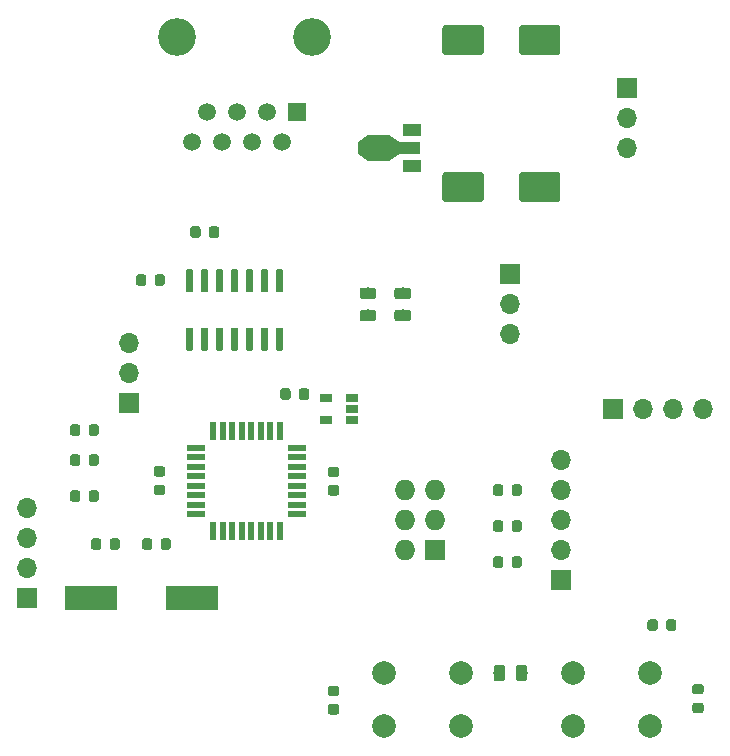
<source format=gbr>
G04 #@! TF.GenerationSoftware,KiCad,Pcbnew,(5.1.2-1)-1*
G04 #@! TF.CreationDate,2019-08-08T23:38:45+01:00*
G04 #@! TF.ProjectId,ACNodeReader_Debug,41434e6f-6465-4526-9561-6465725f4465,rev?*
G04 #@! TF.SameCoordinates,Original*
G04 #@! TF.FileFunction,Soldermask,Top*
G04 #@! TF.FilePolarity,Negative*
%FSLAX46Y46*%
G04 Gerber Fmt 4.6, Leading zero omitted, Abs format (unit mm)*
G04 Created by KiCad (PCBNEW (5.1.2-1)-1) date 2019-08-08 23:38:45*
%MOMM*%
%LPD*%
G04 APERTURE LIST*
%ADD10C,2.000000*%
%ADD11C,0.100000*%
%ADD12C,0.875000*%
%ADD13R,4.500000X2.000000*%
%ADD14R,1.060000X0.650000*%
%ADD15C,0.600000*%
%ADD16R,0.550000X1.600000*%
%ADD17R,1.600000X0.550000*%
%ADD18C,1.000000*%
%ADD19R,1.840000X2.200000*%
%ADD20R,1.500000X1.000000*%
%ADD21R,1.800000X1.000000*%
%ADD22C,0.850000*%
%ADD23C,0.975000*%
%ADD24O,1.700000X1.700000*%
%ADD25R,1.700000X1.700000*%
%ADD26O,1.727200X1.727200*%
%ADD27R,1.727200X1.727200*%
%ADD28C,1.500000*%
%ADD29R,1.500000X1.500000*%
%ADD30C,3.200000*%
%ADD31C,2.500000*%
G04 APERTURE END LIST*
D10*
X179474000Y-116840000D03*
X179474000Y-121340000D03*
X172974000Y-116840000D03*
X172974000Y-121340000D03*
D11*
G36*
X181494691Y-112302053D02*
G01*
X181515926Y-112305203D01*
X181536750Y-112310419D01*
X181556962Y-112317651D01*
X181576368Y-112326830D01*
X181594781Y-112337866D01*
X181612024Y-112350654D01*
X181627930Y-112365070D01*
X181642346Y-112380976D01*
X181655134Y-112398219D01*
X181666170Y-112416632D01*
X181675349Y-112436038D01*
X181682581Y-112456250D01*
X181687797Y-112477074D01*
X181690947Y-112498309D01*
X181692000Y-112519750D01*
X181692000Y-113032250D01*
X181690947Y-113053691D01*
X181687797Y-113074926D01*
X181682581Y-113095750D01*
X181675349Y-113115962D01*
X181666170Y-113135368D01*
X181655134Y-113153781D01*
X181642346Y-113171024D01*
X181627930Y-113186930D01*
X181612024Y-113201346D01*
X181594781Y-113214134D01*
X181576368Y-113225170D01*
X181556962Y-113234349D01*
X181536750Y-113241581D01*
X181515926Y-113246797D01*
X181494691Y-113249947D01*
X181473250Y-113251000D01*
X181035750Y-113251000D01*
X181014309Y-113249947D01*
X180993074Y-113246797D01*
X180972250Y-113241581D01*
X180952038Y-113234349D01*
X180932632Y-113225170D01*
X180914219Y-113214134D01*
X180896976Y-113201346D01*
X180881070Y-113186930D01*
X180866654Y-113171024D01*
X180853866Y-113153781D01*
X180842830Y-113135368D01*
X180833651Y-113115962D01*
X180826419Y-113095750D01*
X180821203Y-113074926D01*
X180818053Y-113053691D01*
X180817000Y-113032250D01*
X180817000Y-112519750D01*
X180818053Y-112498309D01*
X180821203Y-112477074D01*
X180826419Y-112456250D01*
X180833651Y-112436038D01*
X180842830Y-112416632D01*
X180853866Y-112398219D01*
X180866654Y-112380976D01*
X180881070Y-112365070D01*
X180896976Y-112350654D01*
X180914219Y-112337866D01*
X180932632Y-112326830D01*
X180952038Y-112317651D01*
X180972250Y-112310419D01*
X180993074Y-112305203D01*
X181014309Y-112302053D01*
X181035750Y-112301000D01*
X181473250Y-112301000D01*
X181494691Y-112302053D01*
X181494691Y-112302053D01*
G37*
D12*
X181254500Y-112776000D03*
D11*
G36*
X179919691Y-112302053D02*
G01*
X179940926Y-112305203D01*
X179961750Y-112310419D01*
X179981962Y-112317651D01*
X180001368Y-112326830D01*
X180019781Y-112337866D01*
X180037024Y-112350654D01*
X180052930Y-112365070D01*
X180067346Y-112380976D01*
X180080134Y-112398219D01*
X180091170Y-112416632D01*
X180100349Y-112436038D01*
X180107581Y-112456250D01*
X180112797Y-112477074D01*
X180115947Y-112498309D01*
X180117000Y-112519750D01*
X180117000Y-113032250D01*
X180115947Y-113053691D01*
X180112797Y-113074926D01*
X180107581Y-113095750D01*
X180100349Y-113115962D01*
X180091170Y-113135368D01*
X180080134Y-113153781D01*
X180067346Y-113171024D01*
X180052930Y-113186930D01*
X180037024Y-113201346D01*
X180019781Y-113214134D01*
X180001368Y-113225170D01*
X179981962Y-113234349D01*
X179961750Y-113241581D01*
X179940926Y-113246797D01*
X179919691Y-113249947D01*
X179898250Y-113251000D01*
X179460750Y-113251000D01*
X179439309Y-113249947D01*
X179418074Y-113246797D01*
X179397250Y-113241581D01*
X179377038Y-113234349D01*
X179357632Y-113225170D01*
X179339219Y-113214134D01*
X179321976Y-113201346D01*
X179306070Y-113186930D01*
X179291654Y-113171024D01*
X179278866Y-113153781D01*
X179267830Y-113135368D01*
X179258651Y-113115962D01*
X179251419Y-113095750D01*
X179246203Y-113074926D01*
X179243053Y-113053691D01*
X179242000Y-113032250D01*
X179242000Y-112519750D01*
X179243053Y-112498309D01*
X179246203Y-112477074D01*
X179251419Y-112456250D01*
X179258651Y-112436038D01*
X179267830Y-112416632D01*
X179278866Y-112398219D01*
X179291654Y-112380976D01*
X179306070Y-112365070D01*
X179321976Y-112350654D01*
X179339219Y-112337866D01*
X179357632Y-112326830D01*
X179377038Y-112317651D01*
X179397250Y-112310419D01*
X179418074Y-112305203D01*
X179439309Y-112302053D01*
X179460750Y-112301000D01*
X179898250Y-112301000D01*
X179919691Y-112302053D01*
X179919691Y-112302053D01*
G37*
D12*
X179679500Y-112776000D03*
D11*
G36*
X183792691Y-117775053D02*
G01*
X183813926Y-117778203D01*
X183834750Y-117783419D01*
X183854962Y-117790651D01*
X183874368Y-117799830D01*
X183892781Y-117810866D01*
X183910024Y-117823654D01*
X183925930Y-117838070D01*
X183940346Y-117853976D01*
X183953134Y-117871219D01*
X183964170Y-117889632D01*
X183973349Y-117909038D01*
X183980581Y-117929250D01*
X183985797Y-117950074D01*
X183988947Y-117971309D01*
X183990000Y-117992750D01*
X183990000Y-118430250D01*
X183988947Y-118451691D01*
X183985797Y-118472926D01*
X183980581Y-118493750D01*
X183973349Y-118513962D01*
X183964170Y-118533368D01*
X183953134Y-118551781D01*
X183940346Y-118569024D01*
X183925930Y-118584930D01*
X183910024Y-118599346D01*
X183892781Y-118612134D01*
X183874368Y-118623170D01*
X183854962Y-118632349D01*
X183834750Y-118639581D01*
X183813926Y-118644797D01*
X183792691Y-118647947D01*
X183771250Y-118649000D01*
X183258750Y-118649000D01*
X183237309Y-118647947D01*
X183216074Y-118644797D01*
X183195250Y-118639581D01*
X183175038Y-118632349D01*
X183155632Y-118623170D01*
X183137219Y-118612134D01*
X183119976Y-118599346D01*
X183104070Y-118584930D01*
X183089654Y-118569024D01*
X183076866Y-118551781D01*
X183065830Y-118533368D01*
X183056651Y-118513962D01*
X183049419Y-118493750D01*
X183044203Y-118472926D01*
X183041053Y-118451691D01*
X183040000Y-118430250D01*
X183040000Y-117992750D01*
X183041053Y-117971309D01*
X183044203Y-117950074D01*
X183049419Y-117929250D01*
X183056651Y-117909038D01*
X183065830Y-117889632D01*
X183076866Y-117871219D01*
X183089654Y-117853976D01*
X183104070Y-117838070D01*
X183119976Y-117823654D01*
X183137219Y-117810866D01*
X183155632Y-117799830D01*
X183175038Y-117790651D01*
X183195250Y-117783419D01*
X183216074Y-117778203D01*
X183237309Y-117775053D01*
X183258750Y-117774000D01*
X183771250Y-117774000D01*
X183792691Y-117775053D01*
X183792691Y-117775053D01*
G37*
D12*
X183515000Y-118211500D03*
D11*
G36*
X183792691Y-119350053D02*
G01*
X183813926Y-119353203D01*
X183834750Y-119358419D01*
X183854962Y-119365651D01*
X183874368Y-119374830D01*
X183892781Y-119385866D01*
X183910024Y-119398654D01*
X183925930Y-119413070D01*
X183940346Y-119428976D01*
X183953134Y-119446219D01*
X183964170Y-119464632D01*
X183973349Y-119484038D01*
X183980581Y-119504250D01*
X183985797Y-119525074D01*
X183988947Y-119546309D01*
X183990000Y-119567750D01*
X183990000Y-120005250D01*
X183988947Y-120026691D01*
X183985797Y-120047926D01*
X183980581Y-120068750D01*
X183973349Y-120088962D01*
X183964170Y-120108368D01*
X183953134Y-120126781D01*
X183940346Y-120144024D01*
X183925930Y-120159930D01*
X183910024Y-120174346D01*
X183892781Y-120187134D01*
X183874368Y-120198170D01*
X183854962Y-120207349D01*
X183834750Y-120214581D01*
X183813926Y-120219797D01*
X183792691Y-120222947D01*
X183771250Y-120224000D01*
X183258750Y-120224000D01*
X183237309Y-120222947D01*
X183216074Y-120219797D01*
X183195250Y-120214581D01*
X183175038Y-120207349D01*
X183155632Y-120198170D01*
X183137219Y-120187134D01*
X183119976Y-120174346D01*
X183104070Y-120159930D01*
X183089654Y-120144024D01*
X183076866Y-120126781D01*
X183065830Y-120108368D01*
X183056651Y-120088962D01*
X183049419Y-120068750D01*
X183044203Y-120047926D01*
X183041053Y-120026691D01*
X183040000Y-120005250D01*
X183040000Y-119567750D01*
X183041053Y-119546309D01*
X183044203Y-119525074D01*
X183049419Y-119504250D01*
X183056651Y-119484038D01*
X183065830Y-119464632D01*
X183076866Y-119446219D01*
X183089654Y-119428976D01*
X183104070Y-119413070D01*
X183119976Y-119398654D01*
X183137219Y-119385866D01*
X183155632Y-119374830D01*
X183175038Y-119365651D01*
X183195250Y-119358419D01*
X183216074Y-119353203D01*
X183237309Y-119350053D01*
X183258750Y-119349000D01*
X183771250Y-119349000D01*
X183792691Y-119350053D01*
X183792691Y-119350053D01*
G37*
D12*
X183515000Y-119786500D03*
D11*
G36*
X166838691Y-106968053D02*
G01*
X166859926Y-106971203D01*
X166880750Y-106976419D01*
X166900962Y-106983651D01*
X166920368Y-106992830D01*
X166938781Y-107003866D01*
X166956024Y-107016654D01*
X166971930Y-107031070D01*
X166986346Y-107046976D01*
X166999134Y-107064219D01*
X167010170Y-107082632D01*
X167019349Y-107102038D01*
X167026581Y-107122250D01*
X167031797Y-107143074D01*
X167034947Y-107164309D01*
X167036000Y-107185750D01*
X167036000Y-107698250D01*
X167034947Y-107719691D01*
X167031797Y-107740926D01*
X167026581Y-107761750D01*
X167019349Y-107781962D01*
X167010170Y-107801368D01*
X166999134Y-107819781D01*
X166986346Y-107837024D01*
X166971930Y-107852930D01*
X166956024Y-107867346D01*
X166938781Y-107880134D01*
X166920368Y-107891170D01*
X166900962Y-107900349D01*
X166880750Y-107907581D01*
X166859926Y-107912797D01*
X166838691Y-107915947D01*
X166817250Y-107917000D01*
X166379750Y-107917000D01*
X166358309Y-107915947D01*
X166337074Y-107912797D01*
X166316250Y-107907581D01*
X166296038Y-107900349D01*
X166276632Y-107891170D01*
X166258219Y-107880134D01*
X166240976Y-107867346D01*
X166225070Y-107852930D01*
X166210654Y-107837024D01*
X166197866Y-107819781D01*
X166186830Y-107801368D01*
X166177651Y-107781962D01*
X166170419Y-107761750D01*
X166165203Y-107740926D01*
X166162053Y-107719691D01*
X166161000Y-107698250D01*
X166161000Y-107185750D01*
X166162053Y-107164309D01*
X166165203Y-107143074D01*
X166170419Y-107122250D01*
X166177651Y-107102038D01*
X166186830Y-107082632D01*
X166197866Y-107064219D01*
X166210654Y-107046976D01*
X166225070Y-107031070D01*
X166240976Y-107016654D01*
X166258219Y-107003866D01*
X166276632Y-106992830D01*
X166296038Y-106983651D01*
X166316250Y-106976419D01*
X166337074Y-106971203D01*
X166358309Y-106968053D01*
X166379750Y-106967000D01*
X166817250Y-106967000D01*
X166838691Y-106968053D01*
X166838691Y-106968053D01*
G37*
D12*
X166598500Y-107442000D03*
D11*
G36*
X168413691Y-106968053D02*
G01*
X168434926Y-106971203D01*
X168455750Y-106976419D01*
X168475962Y-106983651D01*
X168495368Y-106992830D01*
X168513781Y-107003866D01*
X168531024Y-107016654D01*
X168546930Y-107031070D01*
X168561346Y-107046976D01*
X168574134Y-107064219D01*
X168585170Y-107082632D01*
X168594349Y-107102038D01*
X168601581Y-107122250D01*
X168606797Y-107143074D01*
X168609947Y-107164309D01*
X168611000Y-107185750D01*
X168611000Y-107698250D01*
X168609947Y-107719691D01*
X168606797Y-107740926D01*
X168601581Y-107761750D01*
X168594349Y-107781962D01*
X168585170Y-107801368D01*
X168574134Y-107819781D01*
X168561346Y-107837024D01*
X168546930Y-107852930D01*
X168531024Y-107867346D01*
X168513781Y-107880134D01*
X168495368Y-107891170D01*
X168475962Y-107900349D01*
X168455750Y-107907581D01*
X168434926Y-107912797D01*
X168413691Y-107915947D01*
X168392250Y-107917000D01*
X167954750Y-107917000D01*
X167933309Y-107915947D01*
X167912074Y-107912797D01*
X167891250Y-107907581D01*
X167871038Y-107900349D01*
X167851632Y-107891170D01*
X167833219Y-107880134D01*
X167815976Y-107867346D01*
X167800070Y-107852930D01*
X167785654Y-107837024D01*
X167772866Y-107819781D01*
X167761830Y-107801368D01*
X167752651Y-107781962D01*
X167745419Y-107761750D01*
X167740203Y-107740926D01*
X167737053Y-107719691D01*
X167736000Y-107698250D01*
X167736000Y-107185750D01*
X167737053Y-107164309D01*
X167740203Y-107143074D01*
X167745419Y-107122250D01*
X167752651Y-107102038D01*
X167761830Y-107082632D01*
X167772866Y-107064219D01*
X167785654Y-107046976D01*
X167800070Y-107031070D01*
X167815976Y-107016654D01*
X167833219Y-107003866D01*
X167851632Y-106992830D01*
X167871038Y-106983651D01*
X167891250Y-106976419D01*
X167912074Y-106971203D01*
X167933309Y-106968053D01*
X167954750Y-106967000D01*
X168392250Y-106967000D01*
X168413691Y-106968053D01*
X168413691Y-106968053D01*
G37*
D12*
X168173500Y-107442000D03*
D11*
G36*
X166838691Y-103920053D02*
G01*
X166859926Y-103923203D01*
X166880750Y-103928419D01*
X166900962Y-103935651D01*
X166920368Y-103944830D01*
X166938781Y-103955866D01*
X166956024Y-103968654D01*
X166971930Y-103983070D01*
X166986346Y-103998976D01*
X166999134Y-104016219D01*
X167010170Y-104034632D01*
X167019349Y-104054038D01*
X167026581Y-104074250D01*
X167031797Y-104095074D01*
X167034947Y-104116309D01*
X167036000Y-104137750D01*
X167036000Y-104650250D01*
X167034947Y-104671691D01*
X167031797Y-104692926D01*
X167026581Y-104713750D01*
X167019349Y-104733962D01*
X167010170Y-104753368D01*
X166999134Y-104771781D01*
X166986346Y-104789024D01*
X166971930Y-104804930D01*
X166956024Y-104819346D01*
X166938781Y-104832134D01*
X166920368Y-104843170D01*
X166900962Y-104852349D01*
X166880750Y-104859581D01*
X166859926Y-104864797D01*
X166838691Y-104867947D01*
X166817250Y-104869000D01*
X166379750Y-104869000D01*
X166358309Y-104867947D01*
X166337074Y-104864797D01*
X166316250Y-104859581D01*
X166296038Y-104852349D01*
X166276632Y-104843170D01*
X166258219Y-104832134D01*
X166240976Y-104819346D01*
X166225070Y-104804930D01*
X166210654Y-104789024D01*
X166197866Y-104771781D01*
X166186830Y-104753368D01*
X166177651Y-104733962D01*
X166170419Y-104713750D01*
X166165203Y-104692926D01*
X166162053Y-104671691D01*
X166161000Y-104650250D01*
X166161000Y-104137750D01*
X166162053Y-104116309D01*
X166165203Y-104095074D01*
X166170419Y-104074250D01*
X166177651Y-104054038D01*
X166186830Y-104034632D01*
X166197866Y-104016219D01*
X166210654Y-103998976D01*
X166225070Y-103983070D01*
X166240976Y-103968654D01*
X166258219Y-103955866D01*
X166276632Y-103944830D01*
X166296038Y-103935651D01*
X166316250Y-103928419D01*
X166337074Y-103923203D01*
X166358309Y-103920053D01*
X166379750Y-103919000D01*
X166817250Y-103919000D01*
X166838691Y-103920053D01*
X166838691Y-103920053D01*
G37*
D12*
X166598500Y-104394000D03*
D11*
G36*
X168413691Y-103920053D02*
G01*
X168434926Y-103923203D01*
X168455750Y-103928419D01*
X168475962Y-103935651D01*
X168495368Y-103944830D01*
X168513781Y-103955866D01*
X168531024Y-103968654D01*
X168546930Y-103983070D01*
X168561346Y-103998976D01*
X168574134Y-104016219D01*
X168585170Y-104034632D01*
X168594349Y-104054038D01*
X168601581Y-104074250D01*
X168606797Y-104095074D01*
X168609947Y-104116309D01*
X168611000Y-104137750D01*
X168611000Y-104650250D01*
X168609947Y-104671691D01*
X168606797Y-104692926D01*
X168601581Y-104713750D01*
X168594349Y-104733962D01*
X168585170Y-104753368D01*
X168574134Y-104771781D01*
X168561346Y-104789024D01*
X168546930Y-104804930D01*
X168531024Y-104819346D01*
X168513781Y-104832134D01*
X168495368Y-104843170D01*
X168475962Y-104852349D01*
X168455750Y-104859581D01*
X168434926Y-104864797D01*
X168413691Y-104867947D01*
X168392250Y-104869000D01*
X167954750Y-104869000D01*
X167933309Y-104867947D01*
X167912074Y-104864797D01*
X167891250Y-104859581D01*
X167871038Y-104852349D01*
X167851632Y-104843170D01*
X167833219Y-104832134D01*
X167815976Y-104819346D01*
X167800070Y-104804930D01*
X167785654Y-104789024D01*
X167772866Y-104771781D01*
X167761830Y-104753368D01*
X167752651Y-104733962D01*
X167745419Y-104713750D01*
X167740203Y-104692926D01*
X167737053Y-104671691D01*
X167736000Y-104650250D01*
X167736000Y-104137750D01*
X167737053Y-104116309D01*
X167740203Y-104095074D01*
X167745419Y-104074250D01*
X167752651Y-104054038D01*
X167761830Y-104034632D01*
X167772866Y-104016219D01*
X167785654Y-103998976D01*
X167800070Y-103983070D01*
X167815976Y-103968654D01*
X167833219Y-103955866D01*
X167851632Y-103944830D01*
X167871038Y-103935651D01*
X167891250Y-103928419D01*
X167912074Y-103923203D01*
X167933309Y-103920053D01*
X167954750Y-103919000D01*
X168392250Y-103919000D01*
X168413691Y-103920053D01*
X168413691Y-103920053D01*
G37*
D12*
X168173500Y-104394000D03*
D11*
G36*
X166838691Y-100872053D02*
G01*
X166859926Y-100875203D01*
X166880750Y-100880419D01*
X166900962Y-100887651D01*
X166920368Y-100896830D01*
X166938781Y-100907866D01*
X166956024Y-100920654D01*
X166971930Y-100935070D01*
X166986346Y-100950976D01*
X166999134Y-100968219D01*
X167010170Y-100986632D01*
X167019349Y-101006038D01*
X167026581Y-101026250D01*
X167031797Y-101047074D01*
X167034947Y-101068309D01*
X167036000Y-101089750D01*
X167036000Y-101602250D01*
X167034947Y-101623691D01*
X167031797Y-101644926D01*
X167026581Y-101665750D01*
X167019349Y-101685962D01*
X167010170Y-101705368D01*
X166999134Y-101723781D01*
X166986346Y-101741024D01*
X166971930Y-101756930D01*
X166956024Y-101771346D01*
X166938781Y-101784134D01*
X166920368Y-101795170D01*
X166900962Y-101804349D01*
X166880750Y-101811581D01*
X166859926Y-101816797D01*
X166838691Y-101819947D01*
X166817250Y-101821000D01*
X166379750Y-101821000D01*
X166358309Y-101819947D01*
X166337074Y-101816797D01*
X166316250Y-101811581D01*
X166296038Y-101804349D01*
X166276632Y-101795170D01*
X166258219Y-101784134D01*
X166240976Y-101771346D01*
X166225070Y-101756930D01*
X166210654Y-101741024D01*
X166197866Y-101723781D01*
X166186830Y-101705368D01*
X166177651Y-101685962D01*
X166170419Y-101665750D01*
X166165203Y-101644926D01*
X166162053Y-101623691D01*
X166161000Y-101602250D01*
X166161000Y-101089750D01*
X166162053Y-101068309D01*
X166165203Y-101047074D01*
X166170419Y-101026250D01*
X166177651Y-101006038D01*
X166186830Y-100986632D01*
X166197866Y-100968219D01*
X166210654Y-100950976D01*
X166225070Y-100935070D01*
X166240976Y-100920654D01*
X166258219Y-100907866D01*
X166276632Y-100896830D01*
X166296038Y-100887651D01*
X166316250Y-100880419D01*
X166337074Y-100875203D01*
X166358309Y-100872053D01*
X166379750Y-100871000D01*
X166817250Y-100871000D01*
X166838691Y-100872053D01*
X166838691Y-100872053D01*
G37*
D12*
X166598500Y-101346000D03*
D11*
G36*
X168413691Y-100872053D02*
G01*
X168434926Y-100875203D01*
X168455750Y-100880419D01*
X168475962Y-100887651D01*
X168495368Y-100896830D01*
X168513781Y-100907866D01*
X168531024Y-100920654D01*
X168546930Y-100935070D01*
X168561346Y-100950976D01*
X168574134Y-100968219D01*
X168585170Y-100986632D01*
X168594349Y-101006038D01*
X168601581Y-101026250D01*
X168606797Y-101047074D01*
X168609947Y-101068309D01*
X168611000Y-101089750D01*
X168611000Y-101602250D01*
X168609947Y-101623691D01*
X168606797Y-101644926D01*
X168601581Y-101665750D01*
X168594349Y-101685962D01*
X168585170Y-101705368D01*
X168574134Y-101723781D01*
X168561346Y-101741024D01*
X168546930Y-101756930D01*
X168531024Y-101771346D01*
X168513781Y-101784134D01*
X168495368Y-101795170D01*
X168475962Y-101804349D01*
X168455750Y-101811581D01*
X168434926Y-101816797D01*
X168413691Y-101819947D01*
X168392250Y-101821000D01*
X167954750Y-101821000D01*
X167933309Y-101819947D01*
X167912074Y-101816797D01*
X167891250Y-101811581D01*
X167871038Y-101804349D01*
X167851632Y-101795170D01*
X167833219Y-101784134D01*
X167815976Y-101771346D01*
X167800070Y-101756930D01*
X167785654Y-101741024D01*
X167772866Y-101723781D01*
X167761830Y-101705368D01*
X167752651Y-101685962D01*
X167745419Y-101665750D01*
X167740203Y-101644926D01*
X167737053Y-101623691D01*
X167736000Y-101602250D01*
X167736000Y-101089750D01*
X167737053Y-101068309D01*
X167740203Y-101047074D01*
X167745419Y-101026250D01*
X167752651Y-101006038D01*
X167761830Y-100986632D01*
X167772866Y-100968219D01*
X167785654Y-100950976D01*
X167800070Y-100935070D01*
X167815976Y-100920654D01*
X167833219Y-100907866D01*
X167851632Y-100896830D01*
X167871038Y-100887651D01*
X167891250Y-100880419D01*
X167912074Y-100875203D01*
X167933309Y-100872053D01*
X167954750Y-100871000D01*
X168392250Y-100871000D01*
X168413691Y-100872053D01*
X168413691Y-100872053D01*
G37*
D12*
X168173500Y-101346000D03*
D11*
G36*
X132599691Y-95792053D02*
G01*
X132620926Y-95795203D01*
X132641750Y-95800419D01*
X132661962Y-95807651D01*
X132681368Y-95816830D01*
X132699781Y-95827866D01*
X132717024Y-95840654D01*
X132732930Y-95855070D01*
X132747346Y-95870976D01*
X132760134Y-95888219D01*
X132771170Y-95906632D01*
X132780349Y-95926038D01*
X132787581Y-95946250D01*
X132792797Y-95967074D01*
X132795947Y-95988309D01*
X132797000Y-96009750D01*
X132797000Y-96522250D01*
X132795947Y-96543691D01*
X132792797Y-96564926D01*
X132787581Y-96585750D01*
X132780349Y-96605962D01*
X132771170Y-96625368D01*
X132760134Y-96643781D01*
X132747346Y-96661024D01*
X132732930Y-96676930D01*
X132717024Y-96691346D01*
X132699781Y-96704134D01*
X132681368Y-96715170D01*
X132661962Y-96724349D01*
X132641750Y-96731581D01*
X132620926Y-96736797D01*
X132599691Y-96739947D01*
X132578250Y-96741000D01*
X132140750Y-96741000D01*
X132119309Y-96739947D01*
X132098074Y-96736797D01*
X132077250Y-96731581D01*
X132057038Y-96724349D01*
X132037632Y-96715170D01*
X132019219Y-96704134D01*
X132001976Y-96691346D01*
X131986070Y-96676930D01*
X131971654Y-96661024D01*
X131958866Y-96643781D01*
X131947830Y-96625368D01*
X131938651Y-96605962D01*
X131931419Y-96585750D01*
X131926203Y-96564926D01*
X131923053Y-96543691D01*
X131922000Y-96522250D01*
X131922000Y-96009750D01*
X131923053Y-95988309D01*
X131926203Y-95967074D01*
X131931419Y-95946250D01*
X131938651Y-95926038D01*
X131947830Y-95906632D01*
X131958866Y-95888219D01*
X131971654Y-95870976D01*
X131986070Y-95855070D01*
X132001976Y-95840654D01*
X132019219Y-95827866D01*
X132037632Y-95816830D01*
X132057038Y-95807651D01*
X132077250Y-95800419D01*
X132098074Y-95795203D01*
X132119309Y-95792053D01*
X132140750Y-95791000D01*
X132578250Y-95791000D01*
X132599691Y-95792053D01*
X132599691Y-95792053D01*
G37*
D12*
X132359500Y-96266000D03*
D11*
G36*
X131024691Y-95792053D02*
G01*
X131045926Y-95795203D01*
X131066750Y-95800419D01*
X131086962Y-95807651D01*
X131106368Y-95816830D01*
X131124781Y-95827866D01*
X131142024Y-95840654D01*
X131157930Y-95855070D01*
X131172346Y-95870976D01*
X131185134Y-95888219D01*
X131196170Y-95906632D01*
X131205349Y-95926038D01*
X131212581Y-95946250D01*
X131217797Y-95967074D01*
X131220947Y-95988309D01*
X131222000Y-96009750D01*
X131222000Y-96522250D01*
X131220947Y-96543691D01*
X131217797Y-96564926D01*
X131212581Y-96585750D01*
X131205349Y-96605962D01*
X131196170Y-96625368D01*
X131185134Y-96643781D01*
X131172346Y-96661024D01*
X131157930Y-96676930D01*
X131142024Y-96691346D01*
X131124781Y-96704134D01*
X131106368Y-96715170D01*
X131086962Y-96724349D01*
X131066750Y-96731581D01*
X131045926Y-96736797D01*
X131024691Y-96739947D01*
X131003250Y-96741000D01*
X130565750Y-96741000D01*
X130544309Y-96739947D01*
X130523074Y-96736797D01*
X130502250Y-96731581D01*
X130482038Y-96724349D01*
X130462632Y-96715170D01*
X130444219Y-96704134D01*
X130426976Y-96691346D01*
X130411070Y-96676930D01*
X130396654Y-96661024D01*
X130383866Y-96643781D01*
X130372830Y-96625368D01*
X130363651Y-96605962D01*
X130356419Y-96585750D01*
X130351203Y-96564926D01*
X130348053Y-96543691D01*
X130347000Y-96522250D01*
X130347000Y-96009750D01*
X130348053Y-95988309D01*
X130351203Y-95967074D01*
X130356419Y-95946250D01*
X130363651Y-95926038D01*
X130372830Y-95906632D01*
X130383866Y-95888219D01*
X130396654Y-95870976D01*
X130411070Y-95855070D01*
X130426976Y-95840654D01*
X130444219Y-95827866D01*
X130462632Y-95816830D01*
X130482038Y-95807651D01*
X130502250Y-95800419D01*
X130523074Y-95795203D01*
X130544309Y-95792053D01*
X130565750Y-95791000D01*
X131003250Y-95791000D01*
X131024691Y-95792053D01*
X131024691Y-95792053D01*
G37*
D12*
X130784500Y-96266000D03*
D11*
G36*
X132599691Y-98332053D02*
G01*
X132620926Y-98335203D01*
X132641750Y-98340419D01*
X132661962Y-98347651D01*
X132681368Y-98356830D01*
X132699781Y-98367866D01*
X132717024Y-98380654D01*
X132732930Y-98395070D01*
X132747346Y-98410976D01*
X132760134Y-98428219D01*
X132771170Y-98446632D01*
X132780349Y-98466038D01*
X132787581Y-98486250D01*
X132792797Y-98507074D01*
X132795947Y-98528309D01*
X132797000Y-98549750D01*
X132797000Y-99062250D01*
X132795947Y-99083691D01*
X132792797Y-99104926D01*
X132787581Y-99125750D01*
X132780349Y-99145962D01*
X132771170Y-99165368D01*
X132760134Y-99183781D01*
X132747346Y-99201024D01*
X132732930Y-99216930D01*
X132717024Y-99231346D01*
X132699781Y-99244134D01*
X132681368Y-99255170D01*
X132661962Y-99264349D01*
X132641750Y-99271581D01*
X132620926Y-99276797D01*
X132599691Y-99279947D01*
X132578250Y-99281000D01*
X132140750Y-99281000D01*
X132119309Y-99279947D01*
X132098074Y-99276797D01*
X132077250Y-99271581D01*
X132057038Y-99264349D01*
X132037632Y-99255170D01*
X132019219Y-99244134D01*
X132001976Y-99231346D01*
X131986070Y-99216930D01*
X131971654Y-99201024D01*
X131958866Y-99183781D01*
X131947830Y-99165368D01*
X131938651Y-99145962D01*
X131931419Y-99125750D01*
X131926203Y-99104926D01*
X131923053Y-99083691D01*
X131922000Y-99062250D01*
X131922000Y-98549750D01*
X131923053Y-98528309D01*
X131926203Y-98507074D01*
X131931419Y-98486250D01*
X131938651Y-98466038D01*
X131947830Y-98446632D01*
X131958866Y-98428219D01*
X131971654Y-98410976D01*
X131986070Y-98395070D01*
X132001976Y-98380654D01*
X132019219Y-98367866D01*
X132037632Y-98356830D01*
X132057038Y-98347651D01*
X132077250Y-98340419D01*
X132098074Y-98335203D01*
X132119309Y-98332053D01*
X132140750Y-98331000D01*
X132578250Y-98331000D01*
X132599691Y-98332053D01*
X132599691Y-98332053D01*
G37*
D12*
X132359500Y-98806000D03*
D11*
G36*
X131024691Y-98332053D02*
G01*
X131045926Y-98335203D01*
X131066750Y-98340419D01*
X131086962Y-98347651D01*
X131106368Y-98356830D01*
X131124781Y-98367866D01*
X131142024Y-98380654D01*
X131157930Y-98395070D01*
X131172346Y-98410976D01*
X131185134Y-98428219D01*
X131196170Y-98446632D01*
X131205349Y-98466038D01*
X131212581Y-98486250D01*
X131217797Y-98507074D01*
X131220947Y-98528309D01*
X131222000Y-98549750D01*
X131222000Y-99062250D01*
X131220947Y-99083691D01*
X131217797Y-99104926D01*
X131212581Y-99125750D01*
X131205349Y-99145962D01*
X131196170Y-99165368D01*
X131185134Y-99183781D01*
X131172346Y-99201024D01*
X131157930Y-99216930D01*
X131142024Y-99231346D01*
X131124781Y-99244134D01*
X131106368Y-99255170D01*
X131086962Y-99264349D01*
X131066750Y-99271581D01*
X131045926Y-99276797D01*
X131024691Y-99279947D01*
X131003250Y-99281000D01*
X130565750Y-99281000D01*
X130544309Y-99279947D01*
X130523074Y-99276797D01*
X130502250Y-99271581D01*
X130482038Y-99264349D01*
X130462632Y-99255170D01*
X130444219Y-99244134D01*
X130426976Y-99231346D01*
X130411070Y-99216930D01*
X130396654Y-99201024D01*
X130383866Y-99183781D01*
X130372830Y-99165368D01*
X130363651Y-99145962D01*
X130356419Y-99125750D01*
X130351203Y-99104926D01*
X130348053Y-99083691D01*
X130347000Y-99062250D01*
X130347000Y-98549750D01*
X130348053Y-98528309D01*
X130351203Y-98507074D01*
X130356419Y-98486250D01*
X130363651Y-98466038D01*
X130372830Y-98446632D01*
X130383866Y-98428219D01*
X130396654Y-98410976D01*
X130411070Y-98395070D01*
X130426976Y-98380654D01*
X130444219Y-98367866D01*
X130462632Y-98356830D01*
X130482038Y-98347651D01*
X130502250Y-98340419D01*
X130523074Y-98335203D01*
X130544309Y-98332053D01*
X130565750Y-98331000D01*
X131003250Y-98331000D01*
X131024691Y-98332053D01*
X131024691Y-98332053D01*
G37*
D12*
X130784500Y-98806000D03*
D11*
G36*
X132599691Y-101380053D02*
G01*
X132620926Y-101383203D01*
X132641750Y-101388419D01*
X132661962Y-101395651D01*
X132681368Y-101404830D01*
X132699781Y-101415866D01*
X132717024Y-101428654D01*
X132732930Y-101443070D01*
X132747346Y-101458976D01*
X132760134Y-101476219D01*
X132771170Y-101494632D01*
X132780349Y-101514038D01*
X132787581Y-101534250D01*
X132792797Y-101555074D01*
X132795947Y-101576309D01*
X132797000Y-101597750D01*
X132797000Y-102110250D01*
X132795947Y-102131691D01*
X132792797Y-102152926D01*
X132787581Y-102173750D01*
X132780349Y-102193962D01*
X132771170Y-102213368D01*
X132760134Y-102231781D01*
X132747346Y-102249024D01*
X132732930Y-102264930D01*
X132717024Y-102279346D01*
X132699781Y-102292134D01*
X132681368Y-102303170D01*
X132661962Y-102312349D01*
X132641750Y-102319581D01*
X132620926Y-102324797D01*
X132599691Y-102327947D01*
X132578250Y-102329000D01*
X132140750Y-102329000D01*
X132119309Y-102327947D01*
X132098074Y-102324797D01*
X132077250Y-102319581D01*
X132057038Y-102312349D01*
X132037632Y-102303170D01*
X132019219Y-102292134D01*
X132001976Y-102279346D01*
X131986070Y-102264930D01*
X131971654Y-102249024D01*
X131958866Y-102231781D01*
X131947830Y-102213368D01*
X131938651Y-102193962D01*
X131931419Y-102173750D01*
X131926203Y-102152926D01*
X131923053Y-102131691D01*
X131922000Y-102110250D01*
X131922000Y-101597750D01*
X131923053Y-101576309D01*
X131926203Y-101555074D01*
X131931419Y-101534250D01*
X131938651Y-101514038D01*
X131947830Y-101494632D01*
X131958866Y-101476219D01*
X131971654Y-101458976D01*
X131986070Y-101443070D01*
X132001976Y-101428654D01*
X132019219Y-101415866D01*
X132037632Y-101404830D01*
X132057038Y-101395651D01*
X132077250Y-101388419D01*
X132098074Y-101383203D01*
X132119309Y-101380053D01*
X132140750Y-101379000D01*
X132578250Y-101379000D01*
X132599691Y-101380053D01*
X132599691Y-101380053D01*
G37*
D12*
X132359500Y-101854000D03*
D11*
G36*
X131024691Y-101380053D02*
G01*
X131045926Y-101383203D01*
X131066750Y-101388419D01*
X131086962Y-101395651D01*
X131106368Y-101404830D01*
X131124781Y-101415866D01*
X131142024Y-101428654D01*
X131157930Y-101443070D01*
X131172346Y-101458976D01*
X131185134Y-101476219D01*
X131196170Y-101494632D01*
X131205349Y-101514038D01*
X131212581Y-101534250D01*
X131217797Y-101555074D01*
X131220947Y-101576309D01*
X131222000Y-101597750D01*
X131222000Y-102110250D01*
X131220947Y-102131691D01*
X131217797Y-102152926D01*
X131212581Y-102173750D01*
X131205349Y-102193962D01*
X131196170Y-102213368D01*
X131185134Y-102231781D01*
X131172346Y-102249024D01*
X131157930Y-102264930D01*
X131142024Y-102279346D01*
X131124781Y-102292134D01*
X131106368Y-102303170D01*
X131086962Y-102312349D01*
X131066750Y-102319581D01*
X131045926Y-102324797D01*
X131024691Y-102327947D01*
X131003250Y-102329000D01*
X130565750Y-102329000D01*
X130544309Y-102327947D01*
X130523074Y-102324797D01*
X130502250Y-102319581D01*
X130482038Y-102312349D01*
X130462632Y-102303170D01*
X130444219Y-102292134D01*
X130426976Y-102279346D01*
X130411070Y-102264930D01*
X130396654Y-102249024D01*
X130383866Y-102231781D01*
X130372830Y-102213368D01*
X130363651Y-102193962D01*
X130356419Y-102173750D01*
X130351203Y-102152926D01*
X130348053Y-102131691D01*
X130347000Y-102110250D01*
X130347000Y-101597750D01*
X130348053Y-101576309D01*
X130351203Y-101555074D01*
X130356419Y-101534250D01*
X130363651Y-101514038D01*
X130372830Y-101494632D01*
X130383866Y-101476219D01*
X130396654Y-101458976D01*
X130411070Y-101443070D01*
X130426976Y-101428654D01*
X130444219Y-101415866D01*
X130462632Y-101404830D01*
X130482038Y-101395651D01*
X130502250Y-101388419D01*
X130523074Y-101383203D01*
X130544309Y-101380053D01*
X130565750Y-101379000D01*
X131003250Y-101379000D01*
X131024691Y-101380053D01*
X131024691Y-101380053D01*
G37*
D12*
X130784500Y-101854000D03*
D13*
X132148000Y-110490000D03*
X140648000Y-110490000D03*
D14*
X152062000Y-95438000D03*
X152062000Y-93538000D03*
X154262000Y-93538000D03*
X154262000Y-94488000D03*
X154262000Y-95438000D03*
D11*
G36*
X140626703Y-82656722D02*
G01*
X140641264Y-82658882D01*
X140655543Y-82662459D01*
X140669403Y-82667418D01*
X140682710Y-82673712D01*
X140695336Y-82681280D01*
X140707159Y-82690048D01*
X140718066Y-82699934D01*
X140727952Y-82710841D01*
X140736720Y-82722664D01*
X140744288Y-82735290D01*
X140750582Y-82748597D01*
X140755541Y-82762457D01*
X140759118Y-82776736D01*
X140761278Y-82791297D01*
X140762000Y-82806000D01*
X140762000Y-84456000D01*
X140761278Y-84470703D01*
X140759118Y-84485264D01*
X140755541Y-84499543D01*
X140750582Y-84513403D01*
X140744288Y-84526710D01*
X140736720Y-84539336D01*
X140727952Y-84551159D01*
X140718066Y-84562066D01*
X140707159Y-84571952D01*
X140695336Y-84580720D01*
X140682710Y-84588288D01*
X140669403Y-84594582D01*
X140655543Y-84599541D01*
X140641264Y-84603118D01*
X140626703Y-84605278D01*
X140612000Y-84606000D01*
X140312000Y-84606000D01*
X140297297Y-84605278D01*
X140282736Y-84603118D01*
X140268457Y-84599541D01*
X140254597Y-84594582D01*
X140241290Y-84588288D01*
X140228664Y-84580720D01*
X140216841Y-84571952D01*
X140205934Y-84562066D01*
X140196048Y-84551159D01*
X140187280Y-84539336D01*
X140179712Y-84526710D01*
X140173418Y-84513403D01*
X140168459Y-84499543D01*
X140164882Y-84485264D01*
X140162722Y-84470703D01*
X140162000Y-84456000D01*
X140162000Y-82806000D01*
X140162722Y-82791297D01*
X140164882Y-82776736D01*
X140168459Y-82762457D01*
X140173418Y-82748597D01*
X140179712Y-82735290D01*
X140187280Y-82722664D01*
X140196048Y-82710841D01*
X140205934Y-82699934D01*
X140216841Y-82690048D01*
X140228664Y-82681280D01*
X140241290Y-82673712D01*
X140254597Y-82667418D01*
X140268457Y-82662459D01*
X140282736Y-82658882D01*
X140297297Y-82656722D01*
X140312000Y-82656000D01*
X140612000Y-82656000D01*
X140626703Y-82656722D01*
X140626703Y-82656722D01*
G37*
D15*
X140462000Y-83631000D03*
D11*
G36*
X141896703Y-82656722D02*
G01*
X141911264Y-82658882D01*
X141925543Y-82662459D01*
X141939403Y-82667418D01*
X141952710Y-82673712D01*
X141965336Y-82681280D01*
X141977159Y-82690048D01*
X141988066Y-82699934D01*
X141997952Y-82710841D01*
X142006720Y-82722664D01*
X142014288Y-82735290D01*
X142020582Y-82748597D01*
X142025541Y-82762457D01*
X142029118Y-82776736D01*
X142031278Y-82791297D01*
X142032000Y-82806000D01*
X142032000Y-84456000D01*
X142031278Y-84470703D01*
X142029118Y-84485264D01*
X142025541Y-84499543D01*
X142020582Y-84513403D01*
X142014288Y-84526710D01*
X142006720Y-84539336D01*
X141997952Y-84551159D01*
X141988066Y-84562066D01*
X141977159Y-84571952D01*
X141965336Y-84580720D01*
X141952710Y-84588288D01*
X141939403Y-84594582D01*
X141925543Y-84599541D01*
X141911264Y-84603118D01*
X141896703Y-84605278D01*
X141882000Y-84606000D01*
X141582000Y-84606000D01*
X141567297Y-84605278D01*
X141552736Y-84603118D01*
X141538457Y-84599541D01*
X141524597Y-84594582D01*
X141511290Y-84588288D01*
X141498664Y-84580720D01*
X141486841Y-84571952D01*
X141475934Y-84562066D01*
X141466048Y-84551159D01*
X141457280Y-84539336D01*
X141449712Y-84526710D01*
X141443418Y-84513403D01*
X141438459Y-84499543D01*
X141434882Y-84485264D01*
X141432722Y-84470703D01*
X141432000Y-84456000D01*
X141432000Y-82806000D01*
X141432722Y-82791297D01*
X141434882Y-82776736D01*
X141438459Y-82762457D01*
X141443418Y-82748597D01*
X141449712Y-82735290D01*
X141457280Y-82722664D01*
X141466048Y-82710841D01*
X141475934Y-82699934D01*
X141486841Y-82690048D01*
X141498664Y-82681280D01*
X141511290Y-82673712D01*
X141524597Y-82667418D01*
X141538457Y-82662459D01*
X141552736Y-82658882D01*
X141567297Y-82656722D01*
X141582000Y-82656000D01*
X141882000Y-82656000D01*
X141896703Y-82656722D01*
X141896703Y-82656722D01*
G37*
D15*
X141732000Y-83631000D03*
D11*
G36*
X143166703Y-82656722D02*
G01*
X143181264Y-82658882D01*
X143195543Y-82662459D01*
X143209403Y-82667418D01*
X143222710Y-82673712D01*
X143235336Y-82681280D01*
X143247159Y-82690048D01*
X143258066Y-82699934D01*
X143267952Y-82710841D01*
X143276720Y-82722664D01*
X143284288Y-82735290D01*
X143290582Y-82748597D01*
X143295541Y-82762457D01*
X143299118Y-82776736D01*
X143301278Y-82791297D01*
X143302000Y-82806000D01*
X143302000Y-84456000D01*
X143301278Y-84470703D01*
X143299118Y-84485264D01*
X143295541Y-84499543D01*
X143290582Y-84513403D01*
X143284288Y-84526710D01*
X143276720Y-84539336D01*
X143267952Y-84551159D01*
X143258066Y-84562066D01*
X143247159Y-84571952D01*
X143235336Y-84580720D01*
X143222710Y-84588288D01*
X143209403Y-84594582D01*
X143195543Y-84599541D01*
X143181264Y-84603118D01*
X143166703Y-84605278D01*
X143152000Y-84606000D01*
X142852000Y-84606000D01*
X142837297Y-84605278D01*
X142822736Y-84603118D01*
X142808457Y-84599541D01*
X142794597Y-84594582D01*
X142781290Y-84588288D01*
X142768664Y-84580720D01*
X142756841Y-84571952D01*
X142745934Y-84562066D01*
X142736048Y-84551159D01*
X142727280Y-84539336D01*
X142719712Y-84526710D01*
X142713418Y-84513403D01*
X142708459Y-84499543D01*
X142704882Y-84485264D01*
X142702722Y-84470703D01*
X142702000Y-84456000D01*
X142702000Y-82806000D01*
X142702722Y-82791297D01*
X142704882Y-82776736D01*
X142708459Y-82762457D01*
X142713418Y-82748597D01*
X142719712Y-82735290D01*
X142727280Y-82722664D01*
X142736048Y-82710841D01*
X142745934Y-82699934D01*
X142756841Y-82690048D01*
X142768664Y-82681280D01*
X142781290Y-82673712D01*
X142794597Y-82667418D01*
X142808457Y-82662459D01*
X142822736Y-82658882D01*
X142837297Y-82656722D01*
X142852000Y-82656000D01*
X143152000Y-82656000D01*
X143166703Y-82656722D01*
X143166703Y-82656722D01*
G37*
D15*
X143002000Y-83631000D03*
D11*
G36*
X144436703Y-82656722D02*
G01*
X144451264Y-82658882D01*
X144465543Y-82662459D01*
X144479403Y-82667418D01*
X144492710Y-82673712D01*
X144505336Y-82681280D01*
X144517159Y-82690048D01*
X144528066Y-82699934D01*
X144537952Y-82710841D01*
X144546720Y-82722664D01*
X144554288Y-82735290D01*
X144560582Y-82748597D01*
X144565541Y-82762457D01*
X144569118Y-82776736D01*
X144571278Y-82791297D01*
X144572000Y-82806000D01*
X144572000Y-84456000D01*
X144571278Y-84470703D01*
X144569118Y-84485264D01*
X144565541Y-84499543D01*
X144560582Y-84513403D01*
X144554288Y-84526710D01*
X144546720Y-84539336D01*
X144537952Y-84551159D01*
X144528066Y-84562066D01*
X144517159Y-84571952D01*
X144505336Y-84580720D01*
X144492710Y-84588288D01*
X144479403Y-84594582D01*
X144465543Y-84599541D01*
X144451264Y-84603118D01*
X144436703Y-84605278D01*
X144422000Y-84606000D01*
X144122000Y-84606000D01*
X144107297Y-84605278D01*
X144092736Y-84603118D01*
X144078457Y-84599541D01*
X144064597Y-84594582D01*
X144051290Y-84588288D01*
X144038664Y-84580720D01*
X144026841Y-84571952D01*
X144015934Y-84562066D01*
X144006048Y-84551159D01*
X143997280Y-84539336D01*
X143989712Y-84526710D01*
X143983418Y-84513403D01*
X143978459Y-84499543D01*
X143974882Y-84485264D01*
X143972722Y-84470703D01*
X143972000Y-84456000D01*
X143972000Y-82806000D01*
X143972722Y-82791297D01*
X143974882Y-82776736D01*
X143978459Y-82762457D01*
X143983418Y-82748597D01*
X143989712Y-82735290D01*
X143997280Y-82722664D01*
X144006048Y-82710841D01*
X144015934Y-82699934D01*
X144026841Y-82690048D01*
X144038664Y-82681280D01*
X144051290Y-82673712D01*
X144064597Y-82667418D01*
X144078457Y-82662459D01*
X144092736Y-82658882D01*
X144107297Y-82656722D01*
X144122000Y-82656000D01*
X144422000Y-82656000D01*
X144436703Y-82656722D01*
X144436703Y-82656722D01*
G37*
D15*
X144272000Y-83631000D03*
D11*
G36*
X145706703Y-82656722D02*
G01*
X145721264Y-82658882D01*
X145735543Y-82662459D01*
X145749403Y-82667418D01*
X145762710Y-82673712D01*
X145775336Y-82681280D01*
X145787159Y-82690048D01*
X145798066Y-82699934D01*
X145807952Y-82710841D01*
X145816720Y-82722664D01*
X145824288Y-82735290D01*
X145830582Y-82748597D01*
X145835541Y-82762457D01*
X145839118Y-82776736D01*
X145841278Y-82791297D01*
X145842000Y-82806000D01*
X145842000Y-84456000D01*
X145841278Y-84470703D01*
X145839118Y-84485264D01*
X145835541Y-84499543D01*
X145830582Y-84513403D01*
X145824288Y-84526710D01*
X145816720Y-84539336D01*
X145807952Y-84551159D01*
X145798066Y-84562066D01*
X145787159Y-84571952D01*
X145775336Y-84580720D01*
X145762710Y-84588288D01*
X145749403Y-84594582D01*
X145735543Y-84599541D01*
X145721264Y-84603118D01*
X145706703Y-84605278D01*
X145692000Y-84606000D01*
X145392000Y-84606000D01*
X145377297Y-84605278D01*
X145362736Y-84603118D01*
X145348457Y-84599541D01*
X145334597Y-84594582D01*
X145321290Y-84588288D01*
X145308664Y-84580720D01*
X145296841Y-84571952D01*
X145285934Y-84562066D01*
X145276048Y-84551159D01*
X145267280Y-84539336D01*
X145259712Y-84526710D01*
X145253418Y-84513403D01*
X145248459Y-84499543D01*
X145244882Y-84485264D01*
X145242722Y-84470703D01*
X145242000Y-84456000D01*
X145242000Y-82806000D01*
X145242722Y-82791297D01*
X145244882Y-82776736D01*
X145248459Y-82762457D01*
X145253418Y-82748597D01*
X145259712Y-82735290D01*
X145267280Y-82722664D01*
X145276048Y-82710841D01*
X145285934Y-82699934D01*
X145296841Y-82690048D01*
X145308664Y-82681280D01*
X145321290Y-82673712D01*
X145334597Y-82667418D01*
X145348457Y-82662459D01*
X145362736Y-82658882D01*
X145377297Y-82656722D01*
X145392000Y-82656000D01*
X145692000Y-82656000D01*
X145706703Y-82656722D01*
X145706703Y-82656722D01*
G37*
D15*
X145542000Y-83631000D03*
D11*
G36*
X146976703Y-82656722D02*
G01*
X146991264Y-82658882D01*
X147005543Y-82662459D01*
X147019403Y-82667418D01*
X147032710Y-82673712D01*
X147045336Y-82681280D01*
X147057159Y-82690048D01*
X147068066Y-82699934D01*
X147077952Y-82710841D01*
X147086720Y-82722664D01*
X147094288Y-82735290D01*
X147100582Y-82748597D01*
X147105541Y-82762457D01*
X147109118Y-82776736D01*
X147111278Y-82791297D01*
X147112000Y-82806000D01*
X147112000Y-84456000D01*
X147111278Y-84470703D01*
X147109118Y-84485264D01*
X147105541Y-84499543D01*
X147100582Y-84513403D01*
X147094288Y-84526710D01*
X147086720Y-84539336D01*
X147077952Y-84551159D01*
X147068066Y-84562066D01*
X147057159Y-84571952D01*
X147045336Y-84580720D01*
X147032710Y-84588288D01*
X147019403Y-84594582D01*
X147005543Y-84599541D01*
X146991264Y-84603118D01*
X146976703Y-84605278D01*
X146962000Y-84606000D01*
X146662000Y-84606000D01*
X146647297Y-84605278D01*
X146632736Y-84603118D01*
X146618457Y-84599541D01*
X146604597Y-84594582D01*
X146591290Y-84588288D01*
X146578664Y-84580720D01*
X146566841Y-84571952D01*
X146555934Y-84562066D01*
X146546048Y-84551159D01*
X146537280Y-84539336D01*
X146529712Y-84526710D01*
X146523418Y-84513403D01*
X146518459Y-84499543D01*
X146514882Y-84485264D01*
X146512722Y-84470703D01*
X146512000Y-84456000D01*
X146512000Y-82806000D01*
X146512722Y-82791297D01*
X146514882Y-82776736D01*
X146518459Y-82762457D01*
X146523418Y-82748597D01*
X146529712Y-82735290D01*
X146537280Y-82722664D01*
X146546048Y-82710841D01*
X146555934Y-82699934D01*
X146566841Y-82690048D01*
X146578664Y-82681280D01*
X146591290Y-82673712D01*
X146604597Y-82667418D01*
X146618457Y-82662459D01*
X146632736Y-82658882D01*
X146647297Y-82656722D01*
X146662000Y-82656000D01*
X146962000Y-82656000D01*
X146976703Y-82656722D01*
X146976703Y-82656722D01*
G37*
D15*
X146812000Y-83631000D03*
D11*
G36*
X148246703Y-82656722D02*
G01*
X148261264Y-82658882D01*
X148275543Y-82662459D01*
X148289403Y-82667418D01*
X148302710Y-82673712D01*
X148315336Y-82681280D01*
X148327159Y-82690048D01*
X148338066Y-82699934D01*
X148347952Y-82710841D01*
X148356720Y-82722664D01*
X148364288Y-82735290D01*
X148370582Y-82748597D01*
X148375541Y-82762457D01*
X148379118Y-82776736D01*
X148381278Y-82791297D01*
X148382000Y-82806000D01*
X148382000Y-84456000D01*
X148381278Y-84470703D01*
X148379118Y-84485264D01*
X148375541Y-84499543D01*
X148370582Y-84513403D01*
X148364288Y-84526710D01*
X148356720Y-84539336D01*
X148347952Y-84551159D01*
X148338066Y-84562066D01*
X148327159Y-84571952D01*
X148315336Y-84580720D01*
X148302710Y-84588288D01*
X148289403Y-84594582D01*
X148275543Y-84599541D01*
X148261264Y-84603118D01*
X148246703Y-84605278D01*
X148232000Y-84606000D01*
X147932000Y-84606000D01*
X147917297Y-84605278D01*
X147902736Y-84603118D01*
X147888457Y-84599541D01*
X147874597Y-84594582D01*
X147861290Y-84588288D01*
X147848664Y-84580720D01*
X147836841Y-84571952D01*
X147825934Y-84562066D01*
X147816048Y-84551159D01*
X147807280Y-84539336D01*
X147799712Y-84526710D01*
X147793418Y-84513403D01*
X147788459Y-84499543D01*
X147784882Y-84485264D01*
X147782722Y-84470703D01*
X147782000Y-84456000D01*
X147782000Y-82806000D01*
X147782722Y-82791297D01*
X147784882Y-82776736D01*
X147788459Y-82762457D01*
X147793418Y-82748597D01*
X147799712Y-82735290D01*
X147807280Y-82722664D01*
X147816048Y-82710841D01*
X147825934Y-82699934D01*
X147836841Y-82690048D01*
X147848664Y-82681280D01*
X147861290Y-82673712D01*
X147874597Y-82667418D01*
X147888457Y-82662459D01*
X147902736Y-82658882D01*
X147917297Y-82656722D01*
X147932000Y-82656000D01*
X148232000Y-82656000D01*
X148246703Y-82656722D01*
X148246703Y-82656722D01*
G37*
D15*
X148082000Y-83631000D03*
D11*
G36*
X148246703Y-87606722D02*
G01*
X148261264Y-87608882D01*
X148275543Y-87612459D01*
X148289403Y-87617418D01*
X148302710Y-87623712D01*
X148315336Y-87631280D01*
X148327159Y-87640048D01*
X148338066Y-87649934D01*
X148347952Y-87660841D01*
X148356720Y-87672664D01*
X148364288Y-87685290D01*
X148370582Y-87698597D01*
X148375541Y-87712457D01*
X148379118Y-87726736D01*
X148381278Y-87741297D01*
X148382000Y-87756000D01*
X148382000Y-89406000D01*
X148381278Y-89420703D01*
X148379118Y-89435264D01*
X148375541Y-89449543D01*
X148370582Y-89463403D01*
X148364288Y-89476710D01*
X148356720Y-89489336D01*
X148347952Y-89501159D01*
X148338066Y-89512066D01*
X148327159Y-89521952D01*
X148315336Y-89530720D01*
X148302710Y-89538288D01*
X148289403Y-89544582D01*
X148275543Y-89549541D01*
X148261264Y-89553118D01*
X148246703Y-89555278D01*
X148232000Y-89556000D01*
X147932000Y-89556000D01*
X147917297Y-89555278D01*
X147902736Y-89553118D01*
X147888457Y-89549541D01*
X147874597Y-89544582D01*
X147861290Y-89538288D01*
X147848664Y-89530720D01*
X147836841Y-89521952D01*
X147825934Y-89512066D01*
X147816048Y-89501159D01*
X147807280Y-89489336D01*
X147799712Y-89476710D01*
X147793418Y-89463403D01*
X147788459Y-89449543D01*
X147784882Y-89435264D01*
X147782722Y-89420703D01*
X147782000Y-89406000D01*
X147782000Y-87756000D01*
X147782722Y-87741297D01*
X147784882Y-87726736D01*
X147788459Y-87712457D01*
X147793418Y-87698597D01*
X147799712Y-87685290D01*
X147807280Y-87672664D01*
X147816048Y-87660841D01*
X147825934Y-87649934D01*
X147836841Y-87640048D01*
X147848664Y-87631280D01*
X147861290Y-87623712D01*
X147874597Y-87617418D01*
X147888457Y-87612459D01*
X147902736Y-87608882D01*
X147917297Y-87606722D01*
X147932000Y-87606000D01*
X148232000Y-87606000D01*
X148246703Y-87606722D01*
X148246703Y-87606722D01*
G37*
D15*
X148082000Y-88581000D03*
D11*
G36*
X146976703Y-87606722D02*
G01*
X146991264Y-87608882D01*
X147005543Y-87612459D01*
X147019403Y-87617418D01*
X147032710Y-87623712D01*
X147045336Y-87631280D01*
X147057159Y-87640048D01*
X147068066Y-87649934D01*
X147077952Y-87660841D01*
X147086720Y-87672664D01*
X147094288Y-87685290D01*
X147100582Y-87698597D01*
X147105541Y-87712457D01*
X147109118Y-87726736D01*
X147111278Y-87741297D01*
X147112000Y-87756000D01*
X147112000Y-89406000D01*
X147111278Y-89420703D01*
X147109118Y-89435264D01*
X147105541Y-89449543D01*
X147100582Y-89463403D01*
X147094288Y-89476710D01*
X147086720Y-89489336D01*
X147077952Y-89501159D01*
X147068066Y-89512066D01*
X147057159Y-89521952D01*
X147045336Y-89530720D01*
X147032710Y-89538288D01*
X147019403Y-89544582D01*
X147005543Y-89549541D01*
X146991264Y-89553118D01*
X146976703Y-89555278D01*
X146962000Y-89556000D01*
X146662000Y-89556000D01*
X146647297Y-89555278D01*
X146632736Y-89553118D01*
X146618457Y-89549541D01*
X146604597Y-89544582D01*
X146591290Y-89538288D01*
X146578664Y-89530720D01*
X146566841Y-89521952D01*
X146555934Y-89512066D01*
X146546048Y-89501159D01*
X146537280Y-89489336D01*
X146529712Y-89476710D01*
X146523418Y-89463403D01*
X146518459Y-89449543D01*
X146514882Y-89435264D01*
X146512722Y-89420703D01*
X146512000Y-89406000D01*
X146512000Y-87756000D01*
X146512722Y-87741297D01*
X146514882Y-87726736D01*
X146518459Y-87712457D01*
X146523418Y-87698597D01*
X146529712Y-87685290D01*
X146537280Y-87672664D01*
X146546048Y-87660841D01*
X146555934Y-87649934D01*
X146566841Y-87640048D01*
X146578664Y-87631280D01*
X146591290Y-87623712D01*
X146604597Y-87617418D01*
X146618457Y-87612459D01*
X146632736Y-87608882D01*
X146647297Y-87606722D01*
X146662000Y-87606000D01*
X146962000Y-87606000D01*
X146976703Y-87606722D01*
X146976703Y-87606722D01*
G37*
D15*
X146812000Y-88581000D03*
D11*
G36*
X145706703Y-87606722D02*
G01*
X145721264Y-87608882D01*
X145735543Y-87612459D01*
X145749403Y-87617418D01*
X145762710Y-87623712D01*
X145775336Y-87631280D01*
X145787159Y-87640048D01*
X145798066Y-87649934D01*
X145807952Y-87660841D01*
X145816720Y-87672664D01*
X145824288Y-87685290D01*
X145830582Y-87698597D01*
X145835541Y-87712457D01*
X145839118Y-87726736D01*
X145841278Y-87741297D01*
X145842000Y-87756000D01*
X145842000Y-89406000D01*
X145841278Y-89420703D01*
X145839118Y-89435264D01*
X145835541Y-89449543D01*
X145830582Y-89463403D01*
X145824288Y-89476710D01*
X145816720Y-89489336D01*
X145807952Y-89501159D01*
X145798066Y-89512066D01*
X145787159Y-89521952D01*
X145775336Y-89530720D01*
X145762710Y-89538288D01*
X145749403Y-89544582D01*
X145735543Y-89549541D01*
X145721264Y-89553118D01*
X145706703Y-89555278D01*
X145692000Y-89556000D01*
X145392000Y-89556000D01*
X145377297Y-89555278D01*
X145362736Y-89553118D01*
X145348457Y-89549541D01*
X145334597Y-89544582D01*
X145321290Y-89538288D01*
X145308664Y-89530720D01*
X145296841Y-89521952D01*
X145285934Y-89512066D01*
X145276048Y-89501159D01*
X145267280Y-89489336D01*
X145259712Y-89476710D01*
X145253418Y-89463403D01*
X145248459Y-89449543D01*
X145244882Y-89435264D01*
X145242722Y-89420703D01*
X145242000Y-89406000D01*
X145242000Y-87756000D01*
X145242722Y-87741297D01*
X145244882Y-87726736D01*
X145248459Y-87712457D01*
X145253418Y-87698597D01*
X145259712Y-87685290D01*
X145267280Y-87672664D01*
X145276048Y-87660841D01*
X145285934Y-87649934D01*
X145296841Y-87640048D01*
X145308664Y-87631280D01*
X145321290Y-87623712D01*
X145334597Y-87617418D01*
X145348457Y-87612459D01*
X145362736Y-87608882D01*
X145377297Y-87606722D01*
X145392000Y-87606000D01*
X145692000Y-87606000D01*
X145706703Y-87606722D01*
X145706703Y-87606722D01*
G37*
D15*
X145542000Y-88581000D03*
D11*
G36*
X144436703Y-87606722D02*
G01*
X144451264Y-87608882D01*
X144465543Y-87612459D01*
X144479403Y-87617418D01*
X144492710Y-87623712D01*
X144505336Y-87631280D01*
X144517159Y-87640048D01*
X144528066Y-87649934D01*
X144537952Y-87660841D01*
X144546720Y-87672664D01*
X144554288Y-87685290D01*
X144560582Y-87698597D01*
X144565541Y-87712457D01*
X144569118Y-87726736D01*
X144571278Y-87741297D01*
X144572000Y-87756000D01*
X144572000Y-89406000D01*
X144571278Y-89420703D01*
X144569118Y-89435264D01*
X144565541Y-89449543D01*
X144560582Y-89463403D01*
X144554288Y-89476710D01*
X144546720Y-89489336D01*
X144537952Y-89501159D01*
X144528066Y-89512066D01*
X144517159Y-89521952D01*
X144505336Y-89530720D01*
X144492710Y-89538288D01*
X144479403Y-89544582D01*
X144465543Y-89549541D01*
X144451264Y-89553118D01*
X144436703Y-89555278D01*
X144422000Y-89556000D01*
X144122000Y-89556000D01*
X144107297Y-89555278D01*
X144092736Y-89553118D01*
X144078457Y-89549541D01*
X144064597Y-89544582D01*
X144051290Y-89538288D01*
X144038664Y-89530720D01*
X144026841Y-89521952D01*
X144015934Y-89512066D01*
X144006048Y-89501159D01*
X143997280Y-89489336D01*
X143989712Y-89476710D01*
X143983418Y-89463403D01*
X143978459Y-89449543D01*
X143974882Y-89435264D01*
X143972722Y-89420703D01*
X143972000Y-89406000D01*
X143972000Y-87756000D01*
X143972722Y-87741297D01*
X143974882Y-87726736D01*
X143978459Y-87712457D01*
X143983418Y-87698597D01*
X143989712Y-87685290D01*
X143997280Y-87672664D01*
X144006048Y-87660841D01*
X144015934Y-87649934D01*
X144026841Y-87640048D01*
X144038664Y-87631280D01*
X144051290Y-87623712D01*
X144064597Y-87617418D01*
X144078457Y-87612459D01*
X144092736Y-87608882D01*
X144107297Y-87606722D01*
X144122000Y-87606000D01*
X144422000Y-87606000D01*
X144436703Y-87606722D01*
X144436703Y-87606722D01*
G37*
D15*
X144272000Y-88581000D03*
D11*
G36*
X143166703Y-87606722D02*
G01*
X143181264Y-87608882D01*
X143195543Y-87612459D01*
X143209403Y-87617418D01*
X143222710Y-87623712D01*
X143235336Y-87631280D01*
X143247159Y-87640048D01*
X143258066Y-87649934D01*
X143267952Y-87660841D01*
X143276720Y-87672664D01*
X143284288Y-87685290D01*
X143290582Y-87698597D01*
X143295541Y-87712457D01*
X143299118Y-87726736D01*
X143301278Y-87741297D01*
X143302000Y-87756000D01*
X143302000Y-89406000D01*
X143301278Y-89420703D01*
X143299118Y-89435264D01*
X143295541Y-89449543D01*
X143290582Y-89463403D01*
X143284288Y-89476710D01*
X143276720Y-89489336D01*
X143267952Y-89501159D01*
X143258066Y-89512066D01*
X143247159Y-89521952D01*
X143235336Y-89530720D01*
X143222710Y-89538288D01*
X143209403Y-89544582D01*
X143195543Y-89549541D01*
X143181264Y-89553118D01*
X143166703Y-89555278D01*
X143152000Y-89556000D01*
X142852000Y-89556000D01*
X142837297Y-89555278D01*
X142822736Y-89553118D01*
X142808457Y-89549541D01*
X142794597Y-89544582D01*
X142781290Y-89538288D01*
X142768664Y-89530720D01*
X142756841Y-89521952D01*
X142745934Y-89512066D01*
X142736048Y-89501159D01*
X142727280Y-89489336D01*
X142719712Y-89476710D01*
X142713418Y-89463403D01*
X142708459Y-89449543D01*
X142704882Y-89435264D01*
X142702722Y-89420703D01*
X142702000Y-89406000D01*
X142702000Y-87756000D01*
X142702722Y-87741297D01*
X142704882Y-87726736D01*
X142708459Y-87712457D01*
X142713418Y-87698597D01*
X142719712Y-87685290D01*
X142727280Y-87672664D01*
X142736048Y-87660841D01*
X142745934Y-87649934D01*
X142756841Y-87640048D01*
X142768664Y-87631280D01*
X142781290Y-87623712D01*
X142794597Y-87617418D01*
X142808457Y-87612459D01*
X142822736Y-87608882D01*
X142837297Y-87606722D01*
X142852000Y-87606000D01*
X143152000Y-87606000D01*
X143166703Y-87606722D01*
X143166703Y-87606722D01*
G37*
D15*
X143002000Y-88581000D03*
D11*
G36*
X141896703Y-87606722D02*
G01*
X141911264Y-87608882D01*
X141925543Y-87612459D01*
X141939403Y-87617418D01*
X141952710Y-87623712D01*
X141965336Y-87631280D01*
X141977159Y-87640048D01*
X141988066Y-87649934D01*
X141997952Y-87660841D01*
X142006720Y-87672664D01*
X142014288Y-87685290D01*
X142020582Y-87698597D01*
X142025541Y-87712457D01*
X142029118Y-87726736D01*
X142031278Y-87741297D01*
X142032000Y-87756000D01*
X142032000Y-89406000D01*
X142031278Y-89420703D01*
X142029118Y-89435264D01*
X142025541Y-89449543D01*
X142020582Y-89463403D01*
X142014288Y-89476710D01*
X142006720Y-89489336D01*
X141997952Y-89501159D01*
X141988066Y-89512066D01*
X141977159Y-89521952D01*
X141965336Y-89530720D01*
X141952710Y-89538288D01*
X141939403Y-89544582D01*
X141925543Y-89549541D01*
X141911264Y-89553118D01*
X141896703Y-89555278D01*
X141882000Y-89556000D01*
X141582000Y-89556000D01*
X141567297Y-89555278D01*
X141552736Y-89553118D01*
X141538457Y-89549541D01*
X141524597Y-89544582D01*
X141511290Y-89538288D01*
X141498664Y-89530720D01*
X141486841Y-89521952D01*
X141475934Y-89512066D01*
X141466048Y-89501159D01*
X141457280Y-89489336D01*
X141449712Y-89476710D01*
X141443418Y-89463403D01*
X141438459Y-89449543D01*
X141434882Y-89435264D01*
X141432722Y-89420703D01*
X141432000Y-89406000D01*
X141432000Y-87756000D01*
X141432722Y-87741297D01*
X141434882Y-87726736D01*
X141438459Y-87712457D01*
X141443418Y-87698597D01*
X141449712Y-87685290D01*
X141457280Y-87672664D01*
X141466048Y-87660841D01*
X141475934Y-87649934D01*
X141486841Y-87640048D01*
X141498664Y-87631280D01*
X141511290Y-87623712D01*
X141524597Y-87617418D01*
X141538457Y-87612459D01*
X141552736Y-87608882D01*
X141567297Y-87606722D01*
X141582000Y-87606000D01*
X141882000Y-87606000D01*
X141896703Y-87606722D01*
X141896703Y-87606722D01*
G37*
D15*
X141732000Y-88581000D03*
D11*
G36*
X140626703Y-87606722D02*
G01*
X140641264Y-87608882D01*
X140655543Y-87612459D01*
X140669403Y-87617418D01*
X140682710Y-87623712D01*
X140695336Y-87631280D01*
X140707159Y-87640048D01*
X140718066Y-87649934D01*
X140727952Y-87660841D01*
X140736720Y-87672664D01*
X140744288Y-87685290D01*
X140750582Y-87698597D01*
X140755541Y-87712457D01*
X140759118Y-87726736D01*
X140761278Y-87741297D01*
X140762000Y-87756000D01*
X140762000Y-89406000D01*
X140761278Y-89420703D01*
X140759118Y-89435264D01*
X140755541Y-89449543D01*
X140750582Y-89463403D01*
X140744288Y-89476710D01*
X140736720Y-89489336D01*
X140727952Y-89501159D01*
X140718066Y-89512066D01*
X140707159Y-89521952D01*
X140695336Y-89530720D01*
X140682710Y-89538288D01*
X140669403Y-89544582D01*
X140655543Y-89549541D01*
X140641264Y-89553118D01*
X140626703Y-89555278D01*
X140612000Y-89556000D01*
X140312000Y-89556000D01*
X140297297Y-89555278D01*
X140282736Y-89553118D01*
X140268457Y-89549541D01*
X140254597Y-89544582D01*
X140241290Y-89538288D01*
X140228664Y-89530720D01*
X140216841Y-89521952D01*
X140205934Y-89512066D01*
X140196048Y-89501159D01*
X140187280Y-89489336D01*
X140179712Y-89476710D01*
X140173418Y-89463403D01*
X140168459Y-89449543D01*
X140164882Y-89435264D01*
X140162722Y-89420703D01*
X140162000Y-89406000D01*
X140162000Y-87756000D01*
X140162722Y-87741297D01*
X140164882Y-87726736D01*
X140168459Y-87712457D01*
X140173418Y-87698597D01*
X140179712Y-87685290D01*
X140187280Y-87672664D01*
X140196048Y-87660841D01*
X140205934Y-87649934D01*
X140216841Y-87640048D01*
X140228664Y-87631280D01*
X140241290Y-87623712D01*
X140254597Y-87617418D01*
X140268457Y-87612459D01*
X140282736Y-87608882D01*
X140297297Y-87606722D01*
X140312000Y-87606000D01*
X140612000Y-87606000D01*
X140626703Y-87606722D01*
X140626703Y-87606722D01*
G37*
D15*
X140462000Y-88581000D03*
D16*
X142488000Y-96334000D03*
X143288000Y-96334000D03*
X144088000Y-96334000D03*
X144888000Y-96334000D03*
X145688000Y-96334000D03*
X146488000Y-96334000D03*
X147288000Y-96334000D03*
X148088000Y-96334000D03*
D17*
X149538000Y-97784000D03*
X149538000Y-98584000D03*
X149538000Y-99384000D03*
X149538000Y-100184000D03*
X149538000Y-100984000D03*
X149538000Y-101784000D03*
X149538000Y-102584000D03*
X149538000Y-103384000D03*
D16*
X148088000Y-104834000D03*
X147288000Y-104834000D03*
X146488000Y-104834000D03*
X145688000Y-104834000D03*
X144888000Y-104834000D03*
X144088000Y-104834000D03*
X143288000Y-104834000D03*
X142488000Y-104834000D03*
D17*
X141038000Y-103384000D03*
X141038000Y-102584000D03*
X141038000Y-101784000D03*
X141038000Y-100984000D03*
X141038000Y-100184000D03*
X141038000Y-99384000D03*
X141038000Y-98584000D03*
X141038000Y-97784000D03*
D18*
X157873700Y-72390000D03*
D11*
G36*
X157373700Y-71290000D02*
G01*
X158373700Y-71990000D01*
X158373700Y-72790000D01*
X157373700Y-73490000D01*
X157373700Y-71290000D01*
X157373700Y-71290000D01*
G37*
D19*
X156464000Y-72390000D03*
D20*
X159277500Y-70890000D03*
D21*
X159131000Y-72390000D03*
D20*
X159277500Y-73890000D03*
D22*
X155130500Y-72390000D03*
D11*
G36*
X155555500Y-73490000D02*
G01*
X154705500Y-72890000D01*
X154705500Y-71890000D01*
X155555500Y-71290000D01*
X155555500Y-73490000D01*
X155555500Y-73490000D01*
G37*
D10*
X163472000Y-116840000D03*
X163472000Y-121340000D03*
X156972000Y-116840000D03*
X156972000Y-121340000D03*
D11*
G36*
X166970142Y-116141174D02*
G01*
X166993803Y-116144684D01*
X167017007Y-116150496D01*
X167039529Y-116158554D01*
X167061153Y-116168782D01*
X167081670Y-116181079D01*
X167100883Y-116195329D01*
X167118607Y-116211393D01*
X167134671Y-116229117D01*
X167148921Y-116248330D01*
X167161218Y-116268847D01*
X167171446Y-116290471D01*
X167179504Y-116312993D01*
X167185316Y-116336197D01*
X167188826Y-116359858D01*
X167190000Y-116383750D01*
X167190000Y-117296250D01*
X167188826Y-117320142D01*
X167185316Y-117343803D01*
X167179504Y-117367007D01*
X167171446Y-117389529D01*
X167161218Y-117411153D01*
X167148921Y-117431670D01*
X167134671Y-117450883D01*
X167118607Y-117468607D01*
X167100883Y-117484671D01*
X167081670Y-117498921D01*
X167061153Y-117511218D01*
X167039529Y-117521446D01*
X167017007Y-117529504D01*
X166993803Y-117535316D01*
X166970142Y-117538826D01*
X166946250Y-117540000D01*
X166458750Y-117540000D01*
X166434858Y-117538826D01*
X166411197Y-117535316D01*
X166387993Y-117529504D01*
X166365471Y-117521446D01*
X166343847Y-117511218D01*
X166323330Y-117498921D01*
X166304117Y-117484671D01*
X166286393Y-117468607D01*
X166270329Y-117450883D01*
X166256079Y-117431670D01*
X166243782Y-117411153D01*
X166233554Y-117389529D01*
X166225496Y-117367007D01*
X166219684Y-117343803D01*
X166216174Y-117320142D01*
X166215000Y-117296250D01*
X166215000Y-116383750D01*
X166216174Y-116359858D01*
X166219684Y-116336197D01*
X166225496Y-116312993D01*
X166233554Y-116290471D01*
X166243782Y-116268847D01*
X166256079Y-116248330D01*
X166270329Y-116229117D01*
X166286393Y-116211393D01*
X166304117Y-116195329D01*
X166323330Y-116181079D01*
X166343847Y-116168782D01*
X166365471Y-116158554D01*
X166387993Y-116150496D01*
X166411197Y-116144684D01*
X166434858Y-116141174D01*
X166458750Y-116140000D01*
X166946250Y-116140000D01*
X166970142Y-116141174D01*
X166970142Y-116141174D01*
G37*
D23*
X166702500Y-116840000D03*
D11*
G36*
X168845142Y-116141174D02*
G01*
X168868803Y-116144684D01*
X168892007Y-116150496D01*
X168914529Y-116158554D01*
X168936153Y-116168782D01*
X168956670Y-116181079D01*
X168975883Y-116195329D01*
X168993607Y-116211393D01*
X169009671Y-116229117D01*
X169023921Y-116248330D01*
X169036218Y-116268847D01*
X169046446Y-116290471D01*
X169054504Y-116312993D01*
X169060316Y-116336197D01*
X169063826Y-116359858D01*
X169065000Y-116383750D01*
X169065000Y-117296250D01*
X169063826Y-117320142D01*
X169060316Y-117343803D01*
X169054504Y-117367007D01*
X169046446Y-117389529D01*
X169036218Y-117411153D01*
X169023921Y-117431670D01*
X169009671Y-117450883D01*
X168993607Y-117468607D01*
X168975883Y-117484671D01*
X168956670Y-117498921D01*
X168936153Y-117511218D01*
X168914529Y-117521446D01*
X168892007Y-117529504D01*
X168868803Y-117535316D01*
X168845142Y-117538826D01*
X168821250Y-117540000D01*
X168333750Y-117540000D01*
X168309858Y-117538826D01*
X168286197Y-117535316D01*
X168262993Y-117529504D01*
X168240471Y-117521446D01*
X168218847Y-117511218D01*
X168198330Y-117498921D01*
X168179117Y-117484671D01*
X168161393Y-117468607D01*
X168145329Y-117450883D01*
X168131079Y-117431670D01*
X168118782Y-117411153D01*
X168108554Y-117389529D01*
X168100496Y-117367007D01*
X168094684Y-117343803D01*
X168091174Y-117320142D01*
X168090000Y-117296250D01*
X168090000Y-116383750D01*
X168091174Y-116359858D01*
X168094684Y-116336197D01*
X168100496Y-116312993D01*
X168108554Y-116290471D01*
X168118782Y-116268847D01*
X168131079Y-116248330D01*
X168145329Y-116229117D01*
X168161393Y-116211393D01*
X168179117Y-116195329D01*
X168198330Y-116181079D01*
X168218847Y-116168782D01*
X168240471Y-116158554D01*
X168262993Y-116150496D01*
X168286197Y-116144684D01*
X168309858Y-116141174D01*
X168333750Y-116140000D01*
X168821250Y-116140000D01*
X168845142Y-116141174D01*
X168845142Y-116141174D01*
G37*
D23*
X168577500Y-116840000D03*
D11*
G36*
X141210191Y-79028053D02*
G01*
X141231426Y-79031203D01*
X141252250Y-79036419D01*
X141272462Y-79043651D01*
X141291868Y-79052830D01*
X141310281Y-79063866D01*
X141327524Y-79076654D01*
X141343430Y-79091070D01*
X141357846Y-79106976D01*
X141370634Y-79124219D01*
X141381670Y-79142632D01*
X141390849Y-79162038D01*
X141398081Y-79182250D01*
X141403297Y-79203074D01*
X141406447Y-79224309D01*
X141407500Y-79245750D01*
X141407500Y-79758250D01*
X141406447Y-79779691D01*
X141403297Y-79800926D01*
X141398081Y-79821750D01*
X141390849Y-79841962D01*
X141381670Y-79861368D01*
X141370634Y-79879781D01*
X141357846Y-79897024D01*
X141343430Y-79912930D01*
X141327524Y-79927346D01*
X141310281Y-79940134D01*
X141291868Y-79951170D01*
X141272462Y-79960349D01*
X141252250Y-79967581D01*
X141231426Y-79972797D01*
X141210191Y-79975947D01*
X141188750Y-79977000D01*
X140751250Y-79977000D01*
X140729809Y-79975947D01*
X140708574Y-79972797D01*
X140687750Y-79967581D01*
X140667538Y-79960349D01*
X140648132Y-79951170D01*
X140629719Y-79940134D01*
X140612476Y-79927346D01*
X140596570Y-79912930D01*
X140582154Y-79897024D01*
X140569366Y-79879781D01*
X140558330Y-79861368D01*
X140549151Y-79841962D01*
X140541919Y-79821750D01*
X140536703Y-79800926D01*
X140533553Y-79779691D01*
X140532500Y-79758250D01*
X140532500Y-79245750D01*
X140533553Y-79224309D01*
X140536703Y-79203074D01*
X140541919Y-79182250D01*
X140549151Y-79162038D01*
X140558330Y-79142632D01*
X140569366Y-79124219D01*
X140582154Y-79106976D01*
X140596570Y-79091070D01*
X140612476Y-79076654D01*
X140629719Y-79063866D01*
X140648132Y-79052830D01*
X140667538Y-79043651D01*
X140687750Y-79036419D01*
X140708574Y-79031203D01*
X140729809Y-79028053D01*
X140751250Y-79027000D01*
X141188750Y-79027000D01*
X141210191Y-79028053D01*
X141210191Y-79028053D01*
G37*
D12*
X140970000Y-79502000D03*
D11*
G36*
X142785191Y-79028053D02*
G01*
X142806426Y-79031203D01*
X142827250Y-79036419D01*
X142847462Y-79043651D01*
X142866868Y-79052830D01*
X142885281Y-79063866D01*
X142902524Y-79076654D01*
X142918430Y-79091070D01*
X142932846Y-79106976D01*
X142945634Y-79124219D01*
X142956670Y-79142632D01*
X142965849Y-79162038D01*
X142973081Y-79182250D01*
X142978297Y-79203074D01*
X142981447Y-79224309D01*
X142982500Y-79245750D01*
X142982500Y-79758250D01*
X142981447Y-79779691D01*
X142978297Y-79800926D01*
X142973081Y-79821750D01*
X142965849Y-79841962D01*
X142956670Y-79861368D01*
X142945634Y-79879781D01*
X142932846Y-79897024D01*
X142918430Y-79912930D01*
X142902524Y-79927346D01*
X142885281Y-79940134D01*
X142866868Y-79951170D01*
X142847462Y-79960349D01*
X142827250Y-79967581D01*
X142806426Y-79972797D01*
X142785191Y-79975947D01*
X142763750Y-79977000D01*
X142326250Y-79977000D01*
X142304809Y-79975947D01*
X142283574Y-79972797D01*
X142262750Y-79967581D01*
X142242538Y-79960349D01*
X142223132Y-79951170D01*
X142204719Y-79940134D01*
X142187476Y-79927346D01*
X142171570Y-79912930D01*
X142157154Y-79897024D01*
X142144366Y-79879781D01*
X142133330Y-79861368D01*
X142124151Y-79841962D01*
X142116919Y-79821750D01*
X142111703Y-79800926D01*
X142108553Y-79779691D01*
X142107500Y-79758250D01*
X142107500Y-79245750D01*
X142108553Y-79224309D01*
X142111703Y-79203074D01*
X142116919Y-79182250D01*
X142124151Y-79162038D01*
X142133330Y-79142632D01*
X142144366Y-79124219D01*
X142157154Y-79106976D01*
X142171570Y-79091070D01*
X142187476Y-79076654D01*
X142204719Y-79063866D01*
X142223132Y-79052830D01*
X142242538Y-79043651D01*
X142262750Y-79036419D01*
X142283574Y-79031203D01*
X142304809Y-79028053D01*
X142326250Y-79027000D01*
X142763750Y-79027000D01*
X142785191Y-79028053D01*
X142785191Y-79028053D01*
G37*
D12*
X142545000Y-79502000D03*
D11*
G36*
X156042142Y-84201174D02*
G01*
X156065803Y-84204684D01*
X156089007Y-84210496D01*
X156111529Y-84218554D01*
X156133153Y-84228782D01*
X156153670Y-84241079D01*
X156172883Y-84255329D01*
X156190607Y-84271393D01*
X156206671Y-84289117D01*
X156220921Y-84308330D01*
X156233218Y-84328847D01*
X156243446Y-84350471D01*
X156251504Y-84372993D01*
X156257316Y-84396197D01*
X156260826Y-84419858D01*
X156262000Y-84443750D01*
X156262000Y-84931250D01*
X156260826Y-84955142D01*
X156257316Y-84978803D01*
X156251504Y-85002007D01*
X156243446Y-85024529D01*
X156233218Y-85046153D01*
X156220921Y-85066670D01*
X156206671Y-85085883D01*
X156190607Y-85103607D01*
X156172883Y-85119671D01*
X156153670Y-85133921D01*
X156133153Y-85146218D01*
X156111529Y-85156446D01*
X156089007Y-85164504D01*
X156065803Y-85170316D01*
X156042142Y-85173826D01*
X156018250Y-85175000D01*
X155105750Y-85175000D01*
X155081858Y-85173826D01*
X155058197Y-85170316D01*
X155034993Y-85164504D01*
X155012471Y-85156446D01*
X154990847Y-85146218D01*
X154970330Y-85133921D01*
X154951117Y-85119671D01*
X154933393Y-85103607D01*
X154917329Y-85085883D01*
X154903079Y-85066670D01*
X154890782Y-85046153D01*
X154880554Y-85024529D01*
X154872496Y-85002007D01*
X154866684Y-84978803D01*
X154863174Y-84955142D01*
X154862000Y-84931250D01*
X154862000Y-84443750D01*
X154863174Y-84419858D01*
X154866684Y-84396197D01*
X154872496Y-84372993D01*
X154880554Y-84350471D01*
X154890782Y-84328847D01*
X154903079Y-84308330D01*
X154917329Y-84289117D01*
X154933393Y-84271393D01*
X154951117Y-84255329D01*
X154970330Y-84241079D01*
X154990847Y-84228782D01*
X155012471Y-84218554D01*
X155034993Y-84210496D01*
X155058197Y-84204684D01*
X155081858Y-84201174D01*
X155105750Y-84200000D01*
X156018250Y-84200000D01*
X156042142Y-84201174D01*
X156042142Y-84201174D01*
G37*
D23*
X155562000Y-84687500D03*
D11*
G36*
X156042142Y-86076174D02*
G01*
X156065803Y-86079684D01*
X156089007Y-86085496D01*
X156111529Y-86093554D01*
X156133153Y-86103782D01*
X156153670Y-86116079D01*
X156172883Y-86130329D01*
X156190607Y-86146393D01*
X156206671Y-86164117D01*
X156220921Y-86183330D01*
X156233218Y-86203847D01*
X156243446Y-86225471D01*
X156251504Y-86247993D01*
X156257316Y-86271197D01*
X156260826Y-86294858D01*
X156262000Y-86318750D01*
X156262000Y-86806250D01*
X156260826Y-86830142D01*
X156257316Y-86853803D01*
X156251504Y-86877007D01*
X156243446Y-86899529D01*
X156233218Y-86921153D01*
X156220921Y-86941670D01*
X156206671Y-86960883D01*
X156190607Y-86978607D01*
X156172883Y-86994671D01*
X156153670Y-87008921D01*
X156133153Y-87021218D01*
X156111529Y-87031446D01*
X156089007Y-87039504D01*
X156065803Y-87045316D01*
X156042142Y-87048826D01*
X156018250Y-87050000D01*
X155105750Y-87050000D01*
X155081858Y-87048826D01*
X155058197Y-87045316D01*
X155034993Y-87039504D01*
X155012471Y-87031446D01*
X154990847Y-87021218D01*
X154970330Y-87008921D01*
X154951117Y-86994671D01*
X154933393Y-86978607D01*
X154917329Y-86960883D01*
X154903079Y-86941670D01*
X154890782Y-86921153D01*
X154880554Y-86899529D01*
X154872496Y-86877007D01*
X154866684Y-86853803D01*
X154863174Y-86830142D01*
X154862000Y-86806250D01*
X154862000Y-86318750D01*
X154863174Y-86294858D01*
X154866684Y-86271197D01*
X154872496Y-86247993D01*
X154880554Y-86225471D01*
X154890782Y-86203847D01*
X154903079Y-86183330D01*
X154917329Y-86164117D01*
X154933393Y-86146393D01*
X154951117Y-86130329D01*
X154970330Y-86116079D01*
X154990847Y-86103782D01*
X155012471Y-86093554D01*
X155034993Y-86085496D01*
X155058197Y-86079684D01*
X155081858Y-86076174D01*
X155105750Y-86075000D01*
X156018250Y-86075000D01*
X156042142Y-86076174D01*
X156042142Y-86076174D01*
G37*
D23*
X155562000Y-86562500D03*
D11*
G36*
X158992142Y-84201174D02*
G01*
X159015803Y-84204684D01*
X159039007Y-84210496D01*
X159061529Y-84218554D01*
X159083153Y-84228782D01*
X159103670Y-84241079D01*
X159122883Y-84255329D01*
X159140607Y-84271393D01*
X159156671Y-84289117D01*
X159170921Y-84308330D01*
X159183218Y-84328847D01*
X159193446Y-84350471D01*
X159201504Y-84372993D01*
X159207316Y-84396197D01*
X159210826Y-84419858D01*
X159212000Y-84443750D01*
X159212000Y-84931250D01*
X159210826Y-84955142D01*
X159207316Y-84978803D01*
X159201504Y-85002007D01*
X159193446Y-85024529D01*
X159183218Y-85046153D01*
X159170921Y-85066670D01*
X159156671Y-85085883D01*
X159140607Y-85103607D01*
X159122883Y-85119671D01*
X159103670Y-85133921D01*
X159083153Y-85146218D01*
X159061529Y-85156446D01*
X159039007Y-85164504D01*
X159015803Y-85170316D01*
X158992142Y-85173826D01*
X158968250Y-85175000D01*
X158055750Y-85175000D01*
X158031858Y-85173826D01*
X158008197Y-85170316D01*
X157984993Y-85164504D01*
X157962471Y-85156446D01*
X157940847Y-85146218D01*
X157920330Y-85133921D01*
X157901117Y-85119671D01*
X157883393Y-85103607D01*
X157867329Y-85085883D01*
X157853079Y-85066670D01*
X157840782Y-85046153D01*
X157830554Y-85024529D01*
X157822496Y-85002007D01*
X157816684Y-84978803D01*
X157813174Y-84955142D01*
X157812000Y-84931250D01*
X157812000Y-84443750D01*
X157813174Y-84419858D01*
X157816684Y-84396197D01*
X157822496Y-84372993D01*
X157830554Y-84350471D01*
X157840782Y-84328847D01*
X157853079Y-84308330D01*
X157867329Y-84289117D01*
X157883393Y-84271393D01*
X157901117Y-84255329D01*
X157920330Y-84241079D01*
X157940847Y-84228782D01*
X157962471Y-84218554D01*
X157984993Y-84210496D01*
X158008197Y-84204684D01*
X158031858Y-84201174D01*
X158055750Y-84200000D01*
X158968250Y-84200000D01*
X158992142Y-84201174D01*
X158992142Y-84201174D01*
G37*
D23*
X158512000Y-84687500D03*
D11*
G36*
X158992142Y-86076174D02*
G01*
X159015803Y-86079684D01*
X159039007Y-86085496D01*
X159061529Y-86093554D01*
X159083153Y-86103782D01*
X159103670Y-86116079D01*
X159122883Y-86130329D01*
X159140607Y-86146393D01*
X159156671Y-86164117D01*
X159170921Y-86183330D01*
X159183218Y-86203847D01*
X159193446Y-86225471D01*
X159201504Y-86247993D01*
X159207316Y-86271197D01*
X159210826Y-86294858D01*
X159212000Y-86318750D01*
X159212000Y-86806250D01*
X159210826Y-86830142D01*
X159207316Y-86853803D01*
X159201504Y-86877007D01*
X159193446Y-86899529D01*
X159183218Y-86921153D01*
X159170921Y-86941670D01*
X159156671Y-86960883D01*
X159140607Y-86978607D01*
X159122883Y-86994671D01*
X159103670Y-87008921D01*
X159083153Y-87021218D01*
X159061529Y-87031446D01*
X159039007Y-87039504D01*
X159015803Y-87045316D01*
X158992142Y-87048826D01*
X158968250Y-87050000D01*
X158055750Y-87050000D01*
X158031858Y-87048826D01*
X158008197Y-87045316D01*
X157984993Y-87039504D01*
X157962471Y-87031446D01*
X157940847Y-87021218D01*
X157920330Y-87008921D01*
X157901117Y-86994671D01*
X157883393Y-86978607D01*
X157867329Y-86960883D01*
X157853079Y-86941670D01*
X157840782Y-86921153D01*
X157830554Y-86899529D01*
X157822496Y-86877007D01*
X157816684Y-86853803D01*
X157813174Y-86830142D01*
X157812000Y-86806250D01*
X157812000Y-86318750D01*
X157813174Y-86294858D01*
X157816684Y-86271197D01*
X157822496Y-86247993D01*
X157830554Y-86225471D01*
X157840782Y-86203847D01*
X157853079Y-86183330D01*
X157867329Y-86164117D01*
X157883393Y-86146393D01*
X157901117Y-86130329D01*
X157920330Y-86116079D01*
X157940847Y-86103782D01*
X157962471Y-86093554D01*
X157984993Y-86085496D01*
X158008197Y-86079684D01*
X158031858Y-86076174D01*
X158055750Y-86075000D01*
X158968250Y-86075000D01*
X158992142Y-86076174D01*
X158992142Y-86076174D01*
G37*
D23*
X158512000Y-86562500D03*
D24*
X177546000Y-72390000D03*
X177546000Y-69850000D03*
D25*
X177546000Y-67310000D03*
D24*
X171958000Y-98806000D03*
X171958000Y-101346000D03*
X171958000Y-103886000D03*
X171958000Y-106426000D03*
D25*
X171958000Y-108966000D03*
D24*
X135382000Y-88900000D03*
X135382000Y-91440000D03*
D25*
X135382000Y-93980000D03*
D24*
X126746000Y-102870000D03*
X126746000Y-105410000D03*
X126746000Y-107950000D03*
D25*
X126746000Y-110490000D03*
D24*
X167640000Y-88138000D03*
X167640000Y-85598000D03*
D25*
X167640000Y-83058000D03*
D24*
X183946800Y-94462600D03*
X181406800Y-94462600D03*
X178866800Y-94462600D03*
D25*
X176326800Y-94462600D03*
D26*
X158750000Y-101346000D03*
X161290000Y-101346000D03*
X158750000Y-103886000D03*
X161290000Y-103886000D03*
X158750000Y-106426000D03*
D27*
X161290000Y-106426000D03*
D28*
X140716000Y-71882000D03*
X141986000Y-69342000D03*
X143256000Y-71882000D03*
X144526000Y-69342000D03*
X145796000Y-71882000D03*
X147066000Y-69342000D03*
X148336000Y-71882000D03*
D29*
X149606000Y-69342000D03*
D30*
X150876000Y-62992000D03*
X139446000Y-62992000D03*
D11*
G36*
X148830191Y-92744053D02*
G01*
X148851426Y-92747203D01*
X148872250Y-92752419D01*
X148892462Y-92759651D01*
X148911868Y-92768830D01*
X148930281Y-92779866D01*
X148947524Y-92792654D01*
X148963430Y-92807070D01*
X148977846Y-92822976D01*
X148990634Y-92840219D01*
X149001670Y-92858632D01*
X149010849Y-92878038D01*
X149018081Y-92898250D01*
X149023297Y-92919074D01*
X149026447Y-92940309D01*
X149027500Y-92961750D01*
X149027500Y-93474250D01*
X149026447Y-93495691D01*
X149023297Y-93516926D01*
X149018081Y-93537750D01*
X149010849Y-93557962D01*
X149001670Y-93577368D01*
X148990634Y-93595781D01*
X148977846Y-93613024D01*
X148963430Y-93628930D01*
X148947524Y-93643346D01*
X148930281Y-93656134D01*
X148911868Y-93667170D01*
X148892462Y-93676349D01*
X148872250Y-93683581D01*
X148851426Y-93688797D01*
X148830191Y-93691947D01*
X148808750Y-93693000D01*
X148371250Y-93693000D01*
X148349809Y-93691947D01*
X148328574Y-93688797D01*
X148307750Y-93683581D01*
X148287538Y-93676349D01*
X148268132Y-93667170D01*
X148249719Y-93656134D01*
X148232476Y-93643346D01*
X148216570Y-93628930D01*
X148202154Y-93613024D01*
X148189366Y-93595781D01*
X148178330Y-93577368D01*
X148169151Y-93557962D01*
X148161919Y-93537750D01*
X148156703Y-93516926D01*
X148153553Y-93495691D01*
X148152500Y-93474250D01*
X148152500Y-92961750D01*
X148153553Y-92940309D01*
X148156703Y-92919074D01*
X148161919Y-92898250D01*
X148169151Y-92878038D01*
X148178330Y-92858632D01*
X148189366Y-92840219D01*
X148202154Y-92822976D01*
X148216570Y-92807070D01*
X148232476Y-92792654D01*
X148249719Y-92779866D01*
X148268132Y-92768830D01*
X148287538Y-92759651D01*
X148307750Y-92752419D01*
X148328574Y-92747203D01*
X148349809Y-92744053D01*
X148371250Y-92743000D01*
X148808750Y-92743000D01*
X148830191Y-92744053D01*
X148830191Y-92744053D01*
G37*
D12*
X148590000Y-93218000D03*
D11*
G36*
X150405191Y-92744053D02*
G01*
X150426426Y-92747203D01*
X150447250Y-92752419D01*
X150467462Y-92759651D01*
X150486868Y-92768830D01*
X150505281Y-92779866D01*
X150522524Y-92792654D01*
X150538430Y-92807070D01*
X150552846Y-92822976D01*
X150565634Y-92840219D01*
X150576670Y-92858632D01*
X150585849Y-92878038D01*
X150593081Y-92898250D01*
X150598297Y-92919074D01*
X150601447Y-92940309D01*
X150602500Y-92961750D01*
X150602500Y-93474250D01*
X150601447Y-93495691D01*
X150598297Y-93516926D01*
X150593081Y-93537750D01*
X150585849Y-93557962D01*
X150576670Y-93577368D01*
X150565634Y-93595781D01*
X150552846Y-93613024D01*
X150538430Y-93628930D01*
X150522524Y-93643346D01*
X150505281Y-93656134D01*
X150486868Y-93667170D01*
X150467462Y-93676349D01*
X150447250Y-93683581D01*
X150426426Y-93688797D01*
X150405191Y-93691947D01*
X150383750Y-93693000D01*
X149946250Y-93693000D01*
X149924809Y-93691947D01*
X149903574Y-93688797D01*
X149882750Y-93683581D01*
X149862538Y-93676349D01*
X149843132Y-93667170D01*
X149824719Y-93656134D01*
X149807476Y-93643346D01*
X149791570Y-93628930D01*
X149777154Y-93613024D01*
X149764366Y-93595781D01*
X149753330Y-93577368D01*
X149744151Y-93557962D01*
X149736919Y-93537750D01*
X149731703Y-93516926D01*
X149728553Y-93495691D01*
X149727500Y-93474250D01*
X149727500Y-92961750D01*
X149728553Y-92940309D01*
X149731703Y-92919074D01*
X149736919Y-92898250D01*
X149744151Y-92878038D01*
X149753330Y-92858632D01*
X149764366Y-92840219D01*
X149777154Y-92822976D01*
X149791570Y-92807070D01*
X149807476Y-92792654D01*
X149824719Y-92779866D01*
X149843132Y-92768830D01*
X149862538Y-92759651D01*
X149882750Y-92752419D01*
X149903574Y-92747203D01*
X149924809Y-92744053D01*
X149946250Y-92743000D01*
X150383750Y-92743000D01*
X150405191Y-92744053D01*
X150405191Y-92744053D01*
G37*
D12*
X150165000Y-93218000D03*
D11*
G36*
X152931691Y-99360053D02*
G01*
X152952926Y-99363203D01*
X152973750Y-99368419D01*
X152993962Y-99375651D01*
X153013368Y-99384830D01*
X153031781Y-99395866D01*
X153049024Y-99408654D01*
X153064930Y-99423070D01*
X153079346Y-99438976D01*
X153092134Y-99456219D01*
X153103170Y-99474632D01*
X153112349Y-99494038D01*
X153119581Y-99514250D01*
X153124797Y-99535074D01*
X153127947Y-99556309D01*
X153129000Y-99577750D01*
X153129000Y-100015250D01*
X153127947Y-100036691D01*
X153124797Y-100057926D01*
X153119581Y-100078750D01*
X153112349Y-100098962D01*
X153103170Y-100118368D01*
X153092134Y-100136781D01*
X153079346Y-100154024D01*
X153064930Y-100169930D01*
X153049024Y-100184346D01*
X153031781Y-100197134D01*
X153013368Y-100208170D01*
X152993962Y-100217349D01*
X152973750Y-100224581D01*
X152952926Y-100229797D01*
X152931691Y-100232947D01*
X152910250Y-100234000D01*
X152397750Y-100234000D01*
X152376309Y-100232947D01*
X152355074Y-100229797D01*
X152334250Y-100224581D01*
X152314038Y-100217349D01*
X152294632Y-100208170D01*
X152276219Y-100197134D01*
X152258976Y-100184346D01*
X152243070Y-100169930D01*
X152228654Y-100154024D01*
X152215866Y-100136781D01*
X152204830Y-100118368D01*
X152195651Y-100098962D01*
X152188419Y-100078750D01*
X152183203Y-100057926D01*
X152180053Y-100036691D01*
X152179000Y-100015250D01*
X152179000Y-99577750D01*
X152180053Y-99556309D01*
X152183203Y-99535074D01*
X152188419Y-99514250D01*
X152195651Y-99494038D01*
X152204830Y-99474632D01*
X152215866Y-99456219D01*
X152228654Y-99438976D01*
X152243070Y-99423070D01*
X152258976Y-99408654D01*
X152276219Y-99395866D01*
X152294632Y-99384830D01*
X152314038Y-99375651D01*
X152334250Y-99368419D01*
X152355074Y-99363203D01*
X152376309Y-99360053D01*
X152397750Y-99359000D01*
X152910250Y-99359000D01*
X152931691Y-99360053D01*
X152931691Y-99360053D01*
G37*
D12*
X152654000Y-99796500D03*
D11*
G36*
X152931691Y-100935053D02*
G01*
X152952926Y-100938203D01*
X152973750Y-100943419D01*
X152993962Y-100950651D01*
X153013368Y-100959830D01*
X153031781Y-100970866D01*
X153049024Y-100983654D01*
X153064930Y-100998070D01*
X153079346Y-101013976D01*
X153092134Y-101031219D01*
X153103170Y-101049632D01*
X153112349Y-101069038D01*
X153119581Y-101089250D01*
X153124797Y-101110074D01*
X153127947Y-101131309D01*
X153129000Y-101152750D01*
X153129000Y-101590250D01*
X153127947Y-101611691D01*
X153124797Y-101632926D01*
X153119581Y-101653750D01*
X153112349Y-101673962D01*
X153103170Y-101693368D01*
X153092134Y-101711781D01*
X153079346Y-101729024D01*
X153064930Y-101744930D01*
X153049024Y-101759346D01*
X153031781Y-101772134D01*
X153013368Y-101783170D01*
X152993962Y-101792349D01*
X152973750Y-101799581D01*
X152952926Y-101804797D01*
X152931691Y-101807947D01*
X152910250Y-101809000D01*
X152397750Y-101809000D01*
X152376309Y-101807947D01*
X152355074Y-101804797D01*
X152334250Y-101799581D01*
X152314038Y-101792349D01*
X152294632Y-101783170D01*
X152276219Y-101772134D01*
X152258976Y-101759346D01*
X152243070Y-101744930D01*
X152228654Y-101729024D01*
X152215866Y-101711781D01*
X152204830Y-101693368D01*
X152195651Y-101673962D01*
X152188419Y-101653750D01*
X152183203Y-101632926D01*
X152180053Y-101611691D01*
X152179000Y-101590250D01*
X152179000Y-101152750D01*
X152180053Y-101131309D01*
X152183203Y-101110074D01*
X152188419Y-101089250D01*
X152195651Y-101069038D01*
X152204830Y-101049632D01*
X152215866Y-101031219D01*
X152228654Y-101013976D01*
X152243070Y-100998070D01*
X152258976Y-100983654D01*
X152276219Y-100970866D01*
X152294632Y-100959830D01*
X152314038Y-100950651D01*
X152334250Y-100943419D01*
X152355074Y-100938203D01*
X152376309Y-100935053D01*
X152397750Y-100934000D01*
X152910250Y-100934000D01*
X152931691Y-100935053D01*
X152931691Y-100935053D01*
G37*
D12*
X152654000Y-101371500D03*
D11*
G36*
X152931691Y-117902053D02*
G01*
X152952926Y-117905203D01*
X152973750Y-117910419D01*
X152993962Y-117917651D01*
X153013368Y-117926830D01*
X153031781Y-117937866D01*
X153049024Y-117950654D01*
X153064930Y-117965070D01*
X153079346Y-117980976D01*
X153092134Y-117998219D01*
X153103170Y-118016632D01*
X153112349Y-118036038D01*
X153119581Y-118056250D01*
X153124797Y-118077074D01*
X153127947Y-118098309D01*
X153129000Y-118119750D01*
X153129000Y-118557250D01*
X153127947Y-118578691D01*
X153124797Y-118599926D01*
X153119581Y-118620750D01*
X153112349Y-118640962D01*
X153103170Y-118660368D01*
X153092134Y-118678781D01*
X153079346Y-118696024D01*
X153064930Y-118711930D01*
X153049024Y-118726346D01*
X153031781Y-118739134D01*
X153013368Y-118750170D01*
X152993962Y-118759349D01*
X152973750Y-118766581D01*
X152952926Y-118771797D01*
X152931691Y-118774947D01*
X152910250Y-118776000D01*
X152397750Y-118776000D01*
X152376309Y-118774947D01*
X152355074Y-118771797D01*
X152334250Y-118766581D01*
X152314038Y-118759349D01*
X152294632Y-118750170D01*
X152276219Y-118739134D01*
X152258976Y-118726346D01*
X152243070Y-118711930D01*
X152228654Y-118696024D01*
X152215866Y-118678781D01*
X152204830Y-118660368D01*
X152195651Y-118640962D01*
X152188419Y-118620750D01*
X152183203Y-118599926D01*
X152180053Y-118578691D01*
X152179000Y-118557250D01*
X152179000Y-118119750D01*
X152180053Y-118098309D01*
X152183203Y-118077074D01*
X152188419Y-118056250D01*
X152195651Y-118036038D01*
X152204830Y-118016632D01*
X152215866Y-117998219D01*
X152228654Y-117980976D01*
X152243070Y-117965070D01*
X152258976Y-117950654D01*
X152276219Y-117937866D01*
X152294632Y-117926830D01*
X152314038Y-117917651D01*
X152334250Y-117910419D01*
X152355074Y-117905203D01*
X152376309Y-117902053D01*
X152397750Y-117901000D01*
X152910250Y-117901000D01*
X152931691Y-117902053D01*
X152931691Y-117902053D01*
G37*
D12*
X152654000Y-118338500D03*
D11*
G36*
X152931691Y-119477053D02*
G01*
X152952926Y-119480203D01*
X152973750Y-119485419D01*
X152993962Y-119492651D01*
X153013368Y-119501830D01*
X153031781Y-119512866D01*
X153049024Y-119525654D01*
X153064930Y-119540070D01*
X153079346Y-119555976D01*
X153092134Y-119573219D01*
X153103170Y-119591632D01*
X153112349Y-119611038D01*
X153119581Y-119631250D01*
X153124797Y-119652074D01*
X153127947Y-119673309D01*
X153129000Y-119694750D01*
X153129000Y-120132250D01*
X153127947Y-120153691D01*
X153124797Y-120174926D01*
X153119581Y-120195750D01*
X153112349Y-120215962D01*
X153103170Y-120235368D01*
X153092134Y-120253781D01*
X153079346Y-120271024D01*
X153064930Y-120286930D01*
X153049024Y-120301346D01*
X153031781Y-120314134D01*
X153013368Y-120325170D01*
X152993962Y-120334349D01*
X152973750Y-120341581D01*
X152952926Y-120346797D01*
X152931691Y-120349947D01*
X152910250Y-120351000D01*
X152397750Y-120351000D01*
X152376309Y-120349947D01*
X152355074Y-120346797D01*
X152334250Y-120341581D01*
X152314038Y-120334349D01*
X152294632Y-120325170D01*
X152276219Y-120314134D01*
X152258976Y-120301346D01*
X152243070Y-120286930D01*
X152228654Y-120271024D01*
X152215866Y-120253781D01*
X152204830Y-120235368D01*
X152195651Y-120215962D01*
X152188419Y-120195750D01*
X152183203Y-120174926D01*
X152180053Y-120153691D01*
X152179000Y-120132250D01*
X152179000Y-119694750D01*
X152180053Y-119673309D01*
X152183203Y-119652074D01*
X152188419Y-119631250D01*
X152195651Y-119611038D01*
X152204830Y-119591632D01*
X152215866Y-119573219D01*
X152228654Y-119555976D01*
X152243070Y-119540070D01*
X152258976Y-119525654D01*
X152276219Y-119512866D01*
X152294632Y-119501830D01*
X152314038Y-119492651D01*
X152334250Y-119485419D01*
X152355074Y-119480203D01*
X152376309Y-119477053D01*
X152397750Y-119476000D01*
X152910250Y-119476000D01*
X152931691Y-119477053D01*
X152931691Y-119477053D01*
G37*
D12*
X152654000Y-119913500D03*
D11*
G36*
X136612691Y-83092053D02*
G01*
X136633926Y-83095203D01*
X136654750Y-83100419D01*
X136674962Y-83107651D01*
X136694368Y-83116830D01*
X136712781Y-83127866D01*
X136730024Y-83140654D01*
X136745930Y-83155070D01*
X136760346Y-83170976D01*
X136773134Y-83188219D01*
X136784170Y-83206632D01*
X136793349Y-83226038D01*
X136800581Y-83246250D01*
X136805797Y-83267074D01*
X136808947Y-83288309D01*
X136810000Y-83309750D01*
X136810000Y-83822250D01*
X136808947Y-83843691D01*
X136805797Y-83864926D01*
X136800581Y-83885750D01*
X136793349Y-83905962D01*
X136784170Y-83925368D01*
X136773134Y-83943781D01*
X136760346Y-83961024D01*
X136745930Y-83976930D01*
X136730024Y-83991346D01*
X136712781Y-84004134D01*
X136694368Y-84015170D01*
X136674962Y-84024349D01*
X136654750Y-84031581D01*
X136633926Y-84036797D01*
X136612691Y-84039947D01*
X136591250Y-84041000D01*
X136153750Y-84041000D01*
X136132309Y-84039947D01*
X136111074Y-84036797D01*
X136090250Y-84031581D01*
X136070038Y-84024349D01*
X136050632Y-84015170D01*
X136032219Y-84004134D01*
X136014976Y-83991346D01*
X135999070Y-83976930D01*
X135984654Y-83961024D01*
X135971866Y-83943781D01*
X135960830Y-83925368D01*
X135951651Y-83905962D01*
X135944419Y-83885750D01*
X135939203Y-83864926D01*
X135936053Y-83843691D01*
X135935000Y-83822250D01*
X135935000Y-83309750D01*
X135936053Y-83288309D01*
X135939203Y-83267074D01*
X135944419Y-83246250D01*
X135951651Y-83226038D01*
X135960830Y-83206632D01*
X135971866Y-83188219D01*
X135984654Y-83170976D01*
X135999070Y-83155070D01*
X136014976Y-83140654D01*
X136032219Y-83127866D01*
X136050632Y-83116830D01*
X136070038Y-83107651D01*
X136090250Y-83100419D01*
X136111074Y-83095203D01*
X136132309Y-83092053D01*
X136153750Y-83091000D01*
X136591250Y-83091000D01*
X136612691Y-83092053D01*
X136612691Y-83092053D01*
G37*
D12*
X136372500Y-83566000D03*
D11*
G36*
X138187691Y-83092053D02*
G01*
X138208926Y-83095203D01*
X138229750Y-83100419D01*
X138249962Y-83107651D01*
X138269368Y-83116830D01*
X138287781Y-83127866D01*
X138305024Y-83140654D01*
X138320930Y-83155070D01*
X138335346Y-83170976D01*
X138348134Y-83188219D01*
X138359170Y-83206632D01*
X138368349Y-83226038D01*
X138375581Y-83246250D01*
X138380797Y-83267074D01*
X138383947Y-83288309D01*
X138385000Y-83309750D01*
X138385000Y-83822250D01*
X138383947Y-83843691D01*
X138380797Y-83864926D01*
X138375581Y-83885750D01*
X138368349Y-83905962D01*
X138359170Y-83925368D01*
X138348134Y-83943781D01*
X138335346Y-83961024D01*
X138320930Y-83976930D01*
X138305024Y-83991346D01*
X138287781Y-84004134D01*
X138269368Y-84015170D01*
X138249962Y-84024349D01*
X138229750Y-84031581D01*
X138208926Y-84036797D01*
X138187691Y-84039947D01*
X138166250Y-84041000D01*
X137728750Y-84041000D01*
X137707309Y-84039947D01*
X137686074Y-84036797D01*
X137665250Y-84031581D01*
X137645038Y-84024349D01*
X137625632Y-84015170D01*
X137607219Y-84004134D01*
X137589976Y-83991346D01*
X137574070Y-83976930D01*
X137559654Y-83961024D01*
X137546866Y-83943781D01*
X137535830Y-83925368D01*
X137526651Y-83905962D01*
X137519419Y-83885750D01*
X137514203Y-83864926D01*
X137511053Y-83843691D01*
X137510000Y-83822250D01*
X137510000Y-83309750D01*
X137511053Y-83288309D01*
X137514203Y-83267074D01*
X137519419Y-83246250D01*
X137526651Y-83226038D01*
X137535830Y-83206632D01*
X137546866Y-83188219D01*
X137559654Y-83170976D01*
X137574070Y-83155070D01*
X137589976Y-83140654D01*
X137607219Y-83127866D01*
X137625632Y-83116830D01*
X137645038Y-83107651D01*
X137665250Y-83100419D01*
X137686074Y-83095203D01*
X137707309Y-83092053D01*
X137728750Y-83091000D01*
X138166250Y-83091000D01*
X138187691Y-83092053D01*
X138187691Y-83092053D01*
G37*
D12*
X137947500Y-83566000D03*
D11*
G36*
X138695691Y-105444053D02*
G01*
X138716926Y-105447203D01*
X138737750Y-105452419D01*
X138757962Y-105459651D01*
X138777368Y-105468830D01*
X138795781Y-105479866D01*
X138813024Y-105492654D01*
X138828930Y-105507070D01*
X138843346Y-105522976D01*
X138856134Y-105540219D01*
X138867170Y-105558632D01*
X138876349Y-105578038D01*
X138883581Y-105598250D01*
X138888797Y-105619074D01*
X138891947Y-105640309D01*
X138893000Y-105661750D01*
X138893000Y-106174250D01*
X138891947Y-106195691D01*
X138888797Y-106216926D01*
X138883581Y-106237750D01*
X138876349Y-106257962D01*
X138867170Y-106277368D01*
X138856134Y-106295781D01*
X138843346Y-106313024D01*
X138828930Y-106328930D01*
X138813024Y-106343346D01*
X138795781Y-106356134D01*
X138777368Y-106367170D01*
X138757962Y-106376349D01*
X138737750Y-106383581D01*
X138716926Y-106388797D01*
X138695691Y-106391947D01*
X138674250Y-106393000D01*
X138236750Y-106393000D01*
X138215309Y-106391947D01*
X138194074Y-106388797D01*
X138173250Y-106383581D01*
X138153038Y-106376349D01*
X138133632Y-106367170D01*
X138115219Y-106356134D01*
X138097976Y-106343346D01*
X138082070Y-106328930D01*
X138067654Y-106313024D01*
X138054866Y-106295781D01*
X138043830Y-106277368D01*
X138034651Y-106257962D01*
X138027419Y-106237750D01*
X138022203Y-106216926D01*
X138019053Y-106195691D01*
X138018000Y-106174250D01*
X138018000Y-105661750D01*
X138019053Y-105640309D01*
X138022203Y-105619074D01*
X138027419Y-105598250D01*
X138034651Y-105578038D01*
X138043830Y-105558632D01*
X138054866Y-105540219D01*
X138067654Y-105522976D01*
X138082070Y-105507070D01*
X138097976Y-105492654D01*
X138115219Y-105479866D01*
X138133632Y-105468830D01*
X138153038Y-105459651D01*
X138173250Y-105452419D01*
X138194074Y-105447203D01*
X138215309Y-105444053D01*
X138236750Y-105443000D01*
X138674250Y-105443000D01*
X138695691Y-105444053D01*
X138695691Y-105444053D01*
G37*
D12*
X138455500Y-105918000D03*
D11*
G36*
X137120691Y-105444053D02*
G01*
X137141926Y-105447203D01*
X137162750Y-105452419D01*
X137182962Y-105459651D01*
X137202368Y-105468830D01*
X137220781Y-105479866D01*
X137238024Y-105492654D01*
X137253930Y-105507070D01*
X137268346Y-105522976D01*
X137281134Y-105540219D01*
X137292170Y-105558632D01*
X137301349Y-105578038D01*
X137308581Y-105598250D01*
X137313797Y-105619074D01*
X137316947Y-105640309D01*
X137318000Y-105661750D01*
X137318000Y-106174250D01*
X137316947Y-106195691D01*
X137313797Y-106216926D01*
X137308581Y-106237750D01*
X137301349Y-106257962D01*
X137292170Y-106277368D01*
X137281134Y-106295781D01*
X137268346Y-106313024D01*
X137253930Y-106328930D01*
X137238024Y-106343346D01*
X137220781Y-106356134D01*
X137202368Y-106367170D01*
X137182962Y-106376349D01*
X137162750Y-106383581D01*
X137141926Y-106388797D01*
X137120691Y-106391947D01*
X137099250Y-106393000D01*
X136661750Y-106393000D01*
X136640309Y-106391947D01*
X136619074Y-106388797D01*
X136598250Y-106383581D01*
X136578038Y-106376349D01*
X136558632Y-106367170D01*
X136540219Y-106356134D01*
X136522976Y-106343346D01*
X136507070Y-106328930D01*
X136492654Y-106313024D01*
X136479866Y-106295781D01*
X136468830Y-106277368D01*
X136459651Y-106257962D01*
X136452419Y-106237750D01*
X136447203Y-106216926D01*
X136444053Y-106195691D01*
X136443000Y-106174250D01*
X136443000Y-105661750D01*
X136444053Y-105640309D01*
X136447203Y-105619074D01*
X136452419Y-105598250D01*
X136459651Y-105578038D01*
X136468830Y-105558632D01*
X136479866Y-105540219D01*
X136492654Y-105522976D01*
X136507070Y-105507070D01*
X136522976Y-105492654D01*
X136540219Y-105479866D01*
X136558632Y-105468830D01*
X136578038Y-105459651D01*
X136598250Y-105452419D01*
X136619074Y-105447203D01*
X136640309Y-105444053D01*
X136661750Y-105443000D01*
X137099250Y-105443000D01*
X137120691Y-105444053D01*
X137120691Y-105444053D01*
G37*
D12*
X136880500Y-105918000D03*
D11*
G36*
X132802691Y-105444053D02*
G01*
X132823926Y-105447203D01*
X132844750Y-105452419D01*
X132864962Y-105459651D01*
X132884368Y-105468830D01*
X132902781Y-105479866D01*
X132920024Y-105492654D01*
X132935930Y-105507070D01*
X132950346Y-105522976D01*
X132963134Y-105540219D01*
X132974170Y-105558632D01*
X132983349Y-105578038D01*
X132990581Y-105598250D01*
X132995797Y-105619074D01*
X132998947Y-105640309D01*
X133000000Y-105661750D01*
X133000000Y-106174250D01*
X132998947Y-106195691D01*
X132995797Y-106216926D01*
X132990581Y-106237750D01*
X132983349Y-106257962D01*
X132974170Y-106277368D01*
X132963134Y-106295781D01*
X132950346Y-106313024D01*
X132935930Y-106328930D01*
X132920024Y-106343346D01*
X132902781Y-106356134D01*
X132884368Y-106367170D01*
X132864962Y-106376349D01*
X132844750Y-106383581D01*
X132823926Y-106388797D01*
X132802691Y-106391947D01*
X132781250Y-106393000D01*
X132343750Y-106393000D01*
X132322309Y-106391947D01*
X132301074Y-106388797D01*
X132280250Y-106383581D01*
X132260038Y-106376349D01*
X132240632Y-106367170D01*
X132222219Y-106356134D01*
X132204976Y-106343346D01*
X132189070Y-106328930D01*
X132174654Y-106313024D01*
X132161866Y-106295781D01*
X132150830Y-106277368D01*
X132141651Y-106257962D01*
X132134419Y-106237750D01*
X132129203Y-106216926D01*
X132126053Y-106195691D01*
X132125000Y-106174250D01*
X132125000Y-105661750D01*
X132126053Y-105640309D01*
X132129203Y-105619074D01*
X132134419Y-105598250D01*
X132141651Y-105578038D01*
X132150830Y-105558632D01*
X132161866Y-105540219D01*
X132174654Y-105522976D01*
X132189070Y-105507070D01*
X132204976Y-105492654D01*
X132222219Y-105479866D01*
X132240632Y-105468830D01*
X132260038Y-105459651D01*
X132280250Y-105452419D01*
X132301074Y-105447203D01*
X132322309Y-105444053D01*
X132343750Y-105443000D01*
X132781250Y-105443000D01*
X132802691Y-105444053D01*
X132802691Y-105444053D01*
G37*
D12*
X132562500Y-105918000D03*
D11*
G36*
X134377691Y-105444053D02*
G01*
X134398926Y-105447203D01*
X134419750Y-105452419D01*
X134439962Y-105459651D01*
X134459368Y-105468830D01*
X134477781Y-105479866D01*
X134495024Y-105492654D01*
X134510930Y-105507070D01*
X134525346Y-105522976D01*
X134538134Y-105540219D01*
X134549170Y-105558632D01*
X134558349Y-105578038D01*
X134565581Y-105598250D01*
X134570797Y-105619074D01*
X134573947Y-105640309D01*
X134575000Y-105661750D01*
X134575000Y-106174250D01*
X134573947Y-106195691D01*
X134570797Y-106216926D01*
X134565581Y-106237750D01*
X134558349Y-106257962D01*
X134549170Y-106277368D01*
X134538134Y-106295781D01*
X134525346Y-106313024D01*
X134510930Y-106328930D01*
X134495024Y-106343346D01*
X134477781Y-106356134D01*
X134459368Y-106367170D01*
X134439962Y-106376349D01*
X134419750Y-106383581D01*
X134398926Y-106388797D01*
X134377691Y-106391947D01*
X134356250Y-106393000D01*
X133918750Y-106393000D01*
X133897309Y-106391947D01*
X133876074Y-106388797D01*
X133855250Y-106383581D01*
X133835038Y-106376349D01*
X133815632Y-106367170D01*
X133797219Y-106356134D01*
X133779976Y-106343346D01*
X133764070Y-106328930D01*
X133749654Y-106313024D01*
X133736866Y-106295781D01*
X133725830Y-106277368D01*
X133716651Y-106257962D01*
X133709419Y-106237750D01*
X133704203Y-106216926D01*
X133701053Y-106195691D01*
X133700000Y-106174250D01*
X133700000Y-105661750D01*
X133701053Y-105640309D01*
X133704203Y-105619074D01*
X133709419Y-105598250D01*
X133716651Y-105578038D01*
X133725830Y-105558632D01*
X133736866Y-105540219D01*
X133749654Y-105522976D01*
X133764070Y-105507070D01*
X133779976Y-105492654D01*
X133797219Y-105479866D01*
X133815632Y-105468830D01*
X133835038Y-105459651D01*
X133855250Y-105452419D01*
X133876074Y-105447203D01*
X133897309Y-105444053D01*
X133918750Y-105443000D01*
X134356250Y-105443000D01*
X134377691Y-105444053D01*
X134377691Y-105444053D01*
G37*
D12*
X134137500Y-105918000D03*
D11*
G36*
X138199691Y-99334553D02*
G01*
X138220926Y-99337703D01*
X138241750Y-99342919D01*
X138261962Y-99350151D01*
X138281368Y-99359330D01*
X138299781Y-99370366D01*
X138317024Y-99383154D01*
X138332930Y-99397570D01*
X138347346Y-99413476D01*
X138360134Y-99430719D01*
X138371170Y-99449132D01*
X138380349Y-99468538D01*
X138387581Y-99488750D01*
X138392797Y-99509574D01*
X138395947Y-99530809D01*
X138397000Y-99552250D01*
X138397000Y-99989750D01*
X138395947Y-100011191D01*
X138392797Y-100032426D01*
X138387581Y-100053250D01*
X138380349Y-100073462D01*
X138371170Y-100092868D01*
X138360134Y-100111281D01*
X138347346Y-100128524D01*
X138332930Y-100144430D01*
X138317024Y-100158846D01*
X138299781Y-100171634D01*
X138281368Y-100182670D01*
X138261962Y-100191849D01*
X138241750Y-100199081D01*
X138220926Y-100204297D01*
X138199691Y-100207447D01*
X138178250Y-100208500D01*
X137665750Y-100208500D01*
X137644309Y-100207447D01*
X137623074Y-100204297D01*
X137602250Y-100199081D01*
X137582038Y-100191849D01*
X137562632Y-100182670D01*
X137544219Y-100171634D01*
X137526976Y-100158846D01*
X137511070Y-100144430D01*
X137496654Y-100128524D01*
X137483866Y-100111281D01*
X137472830Y-100092868D01*
X137463651Y-100073462D01*
X137456419Y-100053250D01*
X137451203Y-100032426D01*
X137448053Y-100011191D01*
X137447000Y-99989750D01*
X137447000Y-99552250D01*
X137448053Y-99530809D01*
X137451203Y-99509574D01*
X137456419Y-99488750D01*
X137463651Y-99468538D01*
X137472830Y-99449132D01*
X137483866Y-99430719D01*
X137496654Y-99413476D01*
X137511070Y-99397570D01*
X137526976Y-99383154D01*
X137544219Y-99370366D01*
X137562632Y-99359330D01*
X137582038Y-99350151D01*
X137602250Y-99342919D01*
X137623074Y-99337703D01*
X137644309Y-99334553D01*
X137665750Y-99333500D01*
X138178250Y-99333500D01*
X138199691Y-99334553D01*
X138199691Y-99334553D01*
G37*
D12*
X137922000Y-99771000D03*
D11*
G36*
X138199691Y-100909553D02*
G01*
X138220926Y-100912703D01*
X138241750Y-100917919D01*
X138261962Y-100925151D01*
X138281368Y-100934330D01*
X138299781Y-100945366D01*
X138317024Y-100958154D01*
X138332930Y-100972570D01*
X138347346Y-100988476D01*
X138360134Y-101005719D01*
X138371170Y-101024132D01*
X138380349Y-101043538D01*
X138387581Y-101063750D01*
X138392797Y-101084574D01*
X138395947Y-101105809D01*
X138397000Y-101127250D01*
X138397000Y-101564750D01*
X138395947Y-101586191D01*
X138392797Y-101607426D01*
X138387581Y-101628250D01*
X138380349Y-101648462D01*
X138371170Y-101667868D01*
X138360134Y-101686281D01*
X138347346Y-101703524D01*
X138332930Y-101719430D01*
X138317024Y-101733846D01*
X138299781Y-101746634D01*
X138281368Y-101757670D01*
X138261962Y-101766849D01*
X138241750Y-101774081D01*
X138220926Y-101779297D01*
X138199691Y-101782447D01*
X138178250Y-101783500D01*
X137665750Y-101783500D01*
X137644309Y-101782447D01*
X137623074Y-101779297D01*
X137602250Y-101774081D01*
X137582038Y-101766849D01*
X137562632Y-101757670D01*
X137544219Y-101746634D01*
X137526976Y-101733846D01*
X137511070Y-101719430D01*
X137496654Y-101703524D01*
X137483866Y-101686281D01*
X137472830Y-101667868D01*
X137463651Y-101648462D01*
X137456419Y-101628250D01*
X137451203Y-101607426D01*
X137448053Y-101586191D01*
X137447000Y-101564750D01*
X137447000Y-101127250D01*
X137448053Y-101105809D01*
X137451203Y-101084574D01*
X137456419Y-101063750D01*
X137463651Y-101043538D01*
X137472830Y-101024132D01*
X137483866Y-101005719D01*
X137496654Y-100988476D01*
X137511070Y-100972570D01*
X137526976Y-100958154D01*
X137544219Y-100945366D01*
X137562632Y-100934330D01*
X137582038Y-100925151D01*
X137602250Y-100917919D01*
X137623074Y-100912703D01*
X137644309Y-100909553D01*
X137665750Y-100908500D01*
X138178250Y-100908500D01*
X138199691Y-100909553D01*
X138199691Y-100909553D01*
G37*
D12*
X137922000Y-101346000D03*
D11*
G36*
X171652504Y-74443204D02*
G01*
X171676773Y-74446804D01*
X171700571Y-74452765D01*
X171723671Y-74461030D01*
X171745849Y-74471520D01*
X171766893Y-74484133D01*
X171786598Y-74498747D01*
X171804777Y-74515223D01*
X171821253Y-74533402D01*
X171835867Y-74553107D01*
X171848480Y-74574151D01*
X171858970Y-74596329D01*
X171867235Y-74619429D01*
X171873196Y-74643227D01*
X171876796Y-74667496D01*
X171878000Y-74692000D01*
X171878000Y-76692000D01*
X171876796Y-76716504D01*
X171873196Y-76740773D01*
X171867235Y-76764571D01*
X171858970Y-76787671D01*
X171848480Y-76809849D01*
X171835867Y-76830893D01*
X171821253Y-76850598D01*
X171804777Y-76868777D01*
X171786598Y-76885253D01*
X171766893Y-76899867D01*
X171745849Y-76912480D01*
X171723671Y-76922970D01*
X171700571Y-76931235D01*
X171676773Y-76937196D01*
X171652504Y-76940796D01*
X171628000Y-76942000D01*
X168628000Y-76942000D01*
X168603496Y-76940796D01*
X168579227Y-76937196D01*
X168555429Y-76931235D01*
X168532329Y-76922970D01*
X168510151Y-76912480D01*
X168489107Y-76899867D01*
X168469402Y-76885253D01*
X168451223Y-76868777D01*
X168434747Y-76850598D01*
X168420133Y-76830893D01*
X168407520Y-76809849D01*
X168397030Y-76787671D01*
X168388765Y-76764571D01*
X168382804Y-76740773D01*
X168379204Y-76716504D01*
X168378000Y-76692000D01*
X168378000Y-74692000D01*
X168379204Y-74667496D01*
X168382804Y-74643227D01*
X168388765Y-74619429D01*
X168397030Y-74596329D01*
X168407520Y-74574151D01*
X168420133Y-74553107D01*
X168434747Y-74533402D01*
X168451223Y-74515223D01*
X168469402Y-74498747D01*
X168489107Y-74484133D01*
X168510151Y-74471520D01*
X168532329Y-74461030D01*
X168555429Y-74452765D01*
X168579227Y-74446804D01*
X168603496Y-74443204D01*
X168628000Y-74442000D01*
X171628000Y-74442000D01*
X171652504Y-74443204D01*
X171652504Y-74443204D01*
G37*
D31*
X170128000Y-75692000D03*
D11*
G36*
X165152504Y-74443204D02*
G01*
X165176773Y-74446804D01*
X165200571Y-74452765D01*
X165223671Y-74461030D01*
X165245849Y-74471520D01*
X165266893Y-74484133D01*
X165286598Y-74498747D01*
X165304777Y-74515223D01*
X165321253Y-74533402D01*
X165335867Y-74553107D01*
X165348480Y-74574151D01*
X165358970Y-74596329D01*
X165367235Y-74619429D01*
X165373196Y-74643227D01*
X165376796Y-74667496D01*
X165378000Y-74692000D01*
X165378000Y-76692000D01*
X165376796Y-76716504D01*
X165373196Y-76740773D01*
X165367235Y-76764571D01*
X165358970Y-76787671D01*
X165348480Y-76809849D01*
X165335867Y-76830893D01*
X165321253Y-76850598D01*
X165304777Y-76868777D01*
X165286598Y-76885253D01*
X165266893Y-76899867D01*
X165245849Y-76912480D01*
X165223671Y-76922970D01*
X165200571Y-76931235D01*
X165176773Y-76937196D01*
X165152504Y-76940796D01*
X165128000Y-76942000D01*
X162128000Y-76942000D01*
X162103496Y-76940796D01*
X162079227Y-76937196D01*
X162055429Y-76931235D01*
X162032329Y-76922970D01*
X162010151Y-76912480D01*
X161989107Y-76899867D01*
X161969402Y-76885253D01*
X161951223Y-76868777D01*
X161934747Y-76850598D01*
X161920133Y-76830893D01*
X161907520Y-76809849D01*
X161897030Y-76787671D01*
X161888765Y-76764571D01*
X161882804Y-76740773D01*
X161879204Y-76716504D01*
X161878000Y-76692000D01*
X161878000Y-74692000D01*
X161879204Y-74667496D01*
X161882804Y-74643227D01*
X161888765Y-74619429D01*
X161897030Y-74596329D01*
X161907520Y-74574151D01*
X161920133Y-74553107D01*
X161934747Y-74533402D01*
X161951223Y-74515223D01*
X161969402Y-74498747D01*
X161989107Y-74484133D01*
X162010151Y-74471520D01*
X162032329Y-74461030D01*
X162055429Y-74452765D01*
X162079227Y-74446804D01*
X162103496Y-74443204D01*
X162128000Y-74442000D01*
X165128000Y-74442000D01*
X165152504Y-74443204D01*
X165152504Y-74443204D01*
G37*
D31*
X163628000Y-75692000D03*
D11*
G36*
X171652504Y-61997204D02*
G01*
X171676773Y-62000804D01*
X171700571Y-62006765D01*
X171723671Y-62015030D01*
X171745849Y-62025520D01*
X171766893Y-62038133D01*
X171786598Y-62052747D01*
X171804777Y-62069223D01*
X171821253Y-62087402D01*
X171835867Y-62107107D01*
X171848480Y-62128151D01*
X171858970Y-62150329D01*
X171867235Y-62173429D01*
X171873196Y-62197227D01*
X171876796Y-62221496D01*
X171878000Y-62246000D01*
X171878000Y-64246000D01*
X171876796Y-64270504D01*
X171873196Y-64294773D01*
X171867235Y-64318571D01*
X171858970Y-64341671D01*
X171848480Y-64363849D01*
X171835867Y-64384893D01*
X171821253Y-64404598D01*
X171804777Y-64422777D01*
X171786598Y-64439253D01*
X171766893Y-64453867D01*
X171745849Y-64466480D01*
X171723671Y-64476970D01*
X171700571Y-64485235D01*
X171676773Y-64491196D01*
X171652504Y-64494796D01*
X171628000Y-64496000D01*
X168628000Y-64496000D01*
X168603496Y-64494796D01*
X168579227Y-64491196D01*
X168555429Y-64485235D01*
X168532329Y-64476970D01*
X168510151Y-64466480D01*
X168489107Y-64453867D01*
X168469402Y-64439253D01*
X168451223Y-64422777D01*
X168434747Y-64404598D01*
X168420133Y-64384893D01*
X168407520Y-64363849D01*
X168397030Y-64341671D01*
X168388765Y-64318571D01*
X168382804Y-64294773D01*
X168379204Y-64270504D01*
X168378000Y-64246000D01*
X168378000Y-62246000D01*
X168379204Y-62221496D01*
X168382804Y-62197227D01*
X168388765Y-62173429D01*
X168397030Y-62150329D01*
X168407520Y-62128151D01*
X168420133Y-62107107D01*
X168434747Y-62087402D01*
X168451223Y-62069223D01*
X168469402Y-62052747D01*
X168489107Y-62038133D01*
X168510151Y-62025520D01*
X168532329Y-62015030D01*
X168555429Y-62006765D01*
X168579227Y-62000804D01*
X168603496Y-61997204D01*
X168628000Y-61996000D01*
X171628000Y-61996000D01*
X171652504Y-61997204D01*
X171652504Y-61997204D01*
G37*
D31*
X170128000Y-63246000D03*
D11*
G36*
X165152504Y-61997204D02*
G01*
X165176773Y-62000804D01*
X165200571Y-62006765D01*
X165223671Y-62015030D01*
X165245849Y-62025520D01*
X165266893Y-62038133D01*
X165286598Y-62052747D01*
X165304777Y-62069223D01*
X165321253Y-62087402D01*
X165335867Y-62107107D01*
X165348480Y-62128151D01*
X165358970Y-62150329D01*
X165367235Y-62173429D01*
X165373196Y-62197227D01*
X165376796Y-62221496D01*
X165378000Y-62246000D01*
X165378000Y-64246000D01*
X165376796Y-64270504D01*
X165373196Y-64294773D01*
X165367235Y-64318571D01*
X165358970Y-64341671D01*
X165348480Y-64363849D01*
X165335867Y-64384893D01*
X165321253Y-64404598D01*
X165304777Y-64422777D01*
X165286598Y-64439253D01*
X165266893Y-64453867D01*
X165245849Y-64466480D01*
X165223671Y-64476970D01*
X165200571Y-64485235D01*
X165176773Y-64491196D01*
X165152504Y-64494796D01*
X165128000Y-64496000D01*
X162128000Y-64496000D01*
X162103496Y-64494796D01*
X162079227Y-64491196D01*
X162055429Y-64485235D01*
X162032329Y-64476970D01*
X162010151Y-64466480D01*
X161989107Y-64453867D01*
X161969402Y-64439253D01*
X161951223Y-64422777D01*
X161934747Y-64404598D01*
X161920133Y-64384893D01*
X161907520Y-64363849D01*
X161897030Y-64341671D01*
X161888765Y-64318571D01*
X161882804Y-64294773D01*
X161879204Y-64270504D01*
X161878000Y-64246000D01*
X161878000Y-62246000D01*
X161879204Y-62221496D01*
X161882804Y-62197227D01*
X161888765Y-62173429D01*
X161897030Y-62150329D01*
X161907520Y-62128151D01*
X161920133Y-62107107D01*
X161934747Y-62087402D01*
X161951223Y-62069223D01*
X161969402Y-62052747D01*
X161989107Y-62038133D01*
X162010151Y-62025520D01*
X162032329Y-62015030D01*
X162055429Y-62006765D01*
X162079227Y-62000804D01*
X162103496Y-61997204D01*
X162128000Y-61996000D01*
X165128000Y-61996000D01*
X165152504Y-61997204D01*
X165152504Y-61997204D01*
G37*
D31*
X163628000Y-63246000D03*
M02*

</source>
